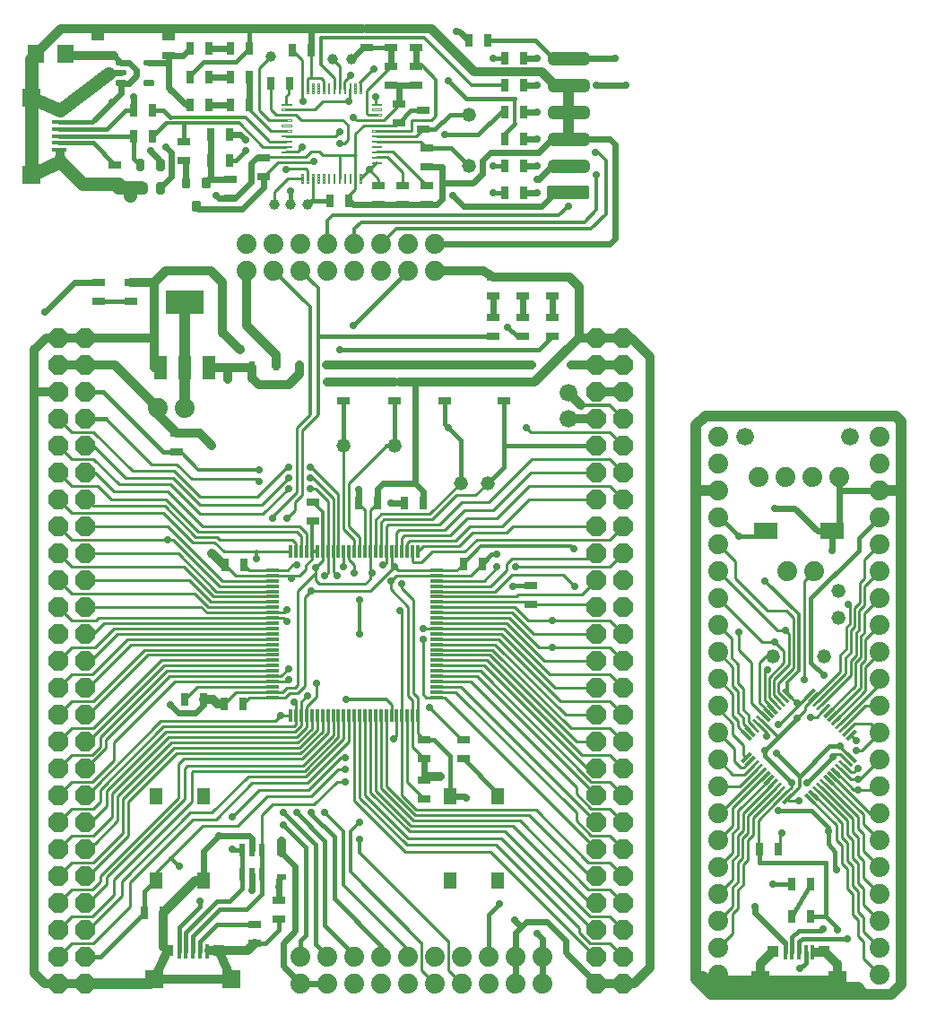
<source format=gbr>
G75*
%MOIN*%
%OFA0B0*%
%FSLAX25Y25*%
%IPPOS*%
%LPD*%
%AMOC8*
5,1,8,0,0,1.08239X$1,22.5*
%
%ADD10R,0.04724X0.03150*%
%ADD11R,0.03150X0.04724*%
%ADD12R,0.03268X0.02480*%
%ADD13R,0.02480X0.03268*%
%ADD14OC8,0.07400*%
%ADD15C,0.07400*%
%ADD16C,0.05200*%
%ADD17R,0.05118X0.06102*%
%ADD18R,0.01181X0.04724*%
%ADD19R,0.04724X0.01181*%
%ADD20R,0.04800X0.08800*%
%ADD21R,0.14173X0.08661*%
%ADD22R,0.02362X0.04724*%
%ADD23R,0.04000X0.04000*%
%ADD24R,0.01575X0.05315*%
%ADD25R,0.07000X0.07000*%
%ADD26C,0.03750*%
%ADD27C,0.01250*%
%ADD28C,0.02362*%
%ADD29C,0.02953*%
%ADD30C,0.00492*%
%ADD31C,0.01575*%
%ADD32C,0.03937*%
%ADD33C,0.01181*%
%ADD34R,0.06299X0.07087*%
%ADD35R,0.05315X0.01575*%
%ADD36R,0.09055X0.06299*%
%ADD37C,0.01000*%
%ADD38C,0.01600*%
%ADD39C,0.03200*%
%ADD40C,0.01200*%
%ADD41C,0.02400*%
%ADD42C,0.02800*%
%ADD43C,0.04000*%
%ADD44C,0.06600*%
%ADD45C,0.05000*%
D10*
X0092353Y0022457D03*
X0092353Y0029543D03*
X0101353Y0031457D03*
X0101353Y0038543D03*
X0155353Y0075957D03*
X0155353Y0083043D03*
X0155353Y0090957D03*
X0155353Y0098043D03*
X0169853Y0098043D03*
X0169853Y0090957D03*
X0194853Y0148457D03*
X0194853Y0155543D03*
X0184853Y0223957D03*
X0184853Y0231043D03*
X0180853Y0247957D03*
X0180853Y0255043D03*
X0180853Y0262957D03*
X0180853Y0270043D03*
X0191853Y0270043D03*
X0191853Y0262957D03*
X0191853Y0255043D03*
X0191853Y0247957D03*
X0202853Y0247957D03*
X0202853Y0255043D03*
X0202853Y0262957D03*
X0202853Y0270043D03*
X0162853Y0231043D03*
X0162853Y0223957D03*
X0144353Y0223957D03*
X0144353Y0231043D03*
X0125353Y0231043D03*
X0125353Y0223957D03*
X0113853Y0186543D03*
X0113853Y0179457D03*
X0063353Y0204957D03*
X0063353Y0212043D03*
X0046353Y0260957D03*
X0046353Y0268043D03*
X0034353Y0268043D03*
X0034353Y0260957D03*
X0040228Y0304832D03*
X0040228Y0311918D03*
X0065853Y0313457D03*
X0065853Y0320543D03*
X0083228Y0306543D03*
X0083228Y0299457D03*
X0095728Y0307457D03*
X0095728Y0314543D03*
X0060353Y0352457D03*
X0060353Y0359543D03*
X0033853Y0359543D03*
X0033853Y0352457D03*
X0133853Y0355457D03*
X0133853Y0362543D03*
X0142853Y0362543D03*
X0142853Y0355457D03*
X0142853Y0348543D03*
X0142853Y0341457D03*
X0145853Y0334543D03*
X0145853Y0327457D03*
X0154853Y0324957D03*
X0156353Y0318043D03*
X0156353Y0310957D03*
X0156353Y0304043D03*
X0156353Y0296957D03*
X0147353Y0296957D03*
X0147353Y0304043D03*
X0138353Y0304043D03*
X0138353Y0296957D03*
X0154853Y0332043D03*
X0152353Y0341457D03*
X0152353Y0348543D03*
X0152353Y0355457D03*
X0152353Y0362543D03*
D11*
X0171809Y0358000D03*
X0178896Y0358000D03*
X0185309Y0351500D03*
X0192396Y0351500D03*
X0192396Y0341500D03*
X0185309Y0341500D03*
X0185309Y0331500D03*
X0192396Y0331500D03*
X0192396Y0321500D03*
X0185309Y0321500D03*
X0185309Y0311500D03*
X0192396Y0311500D03*
X0192396Y0301500D03*
X0185309Y0301500D03*
X0127396Y0298500D03*
X0120309Y0298500D03*
X0090396Y0334000D03*
X0083309Y0334000D03*
X0075396Y0334000D03*
X0068309Y0334000D03*
X0068309Y0344500D03*
X0075396Y0344500D03*
X0083309Y0344500D03*
X0090396Y0344500D03*
X0098184Y0342250D03*
X0105271Y0342250D03*
X0106309Y0354500D03*
X0113396Y0354500D03*
X0090396Y0355000D03*
X0083309Y0355000D03*
X0075396Y0355000D03*
X0068309Y0355000D03*
X0054396Y0332000D03*
X0047309Y0332000D03*
X0047309Y0322500D03*
X0054396Y0322500D03*
X0075809Y0323000D03*
X0082896Y0323000D03*
X0082896Y0313500D03*
X0075809Y0313500D03*
X0130809Y0186000D03*
X0137896Y0186000D03*
X0147809Y0186000D03*
X0154896Y0186000D03*
X0169809Y0163500D03*
X0176896Y0163500D03*
X0088396Y0163000D03*
X0081309Y0163000D03*
X0073396Y0113000D03*
X0066309Y0113000D03*
X0080809Y0111500D03*
X0087896Y0111500D03*
X0058396Y0033750D03*
X0051309Y0033750D03*
X0279809Y0057500D03*
X0286896Y0057500D03*
X0291809Y0044500D03*
X0298896Y0044500D03*
X0298896Y0032500D03*
X0291809Y0032500D03*
D12*
X0102353Y0046972D03*
X0102353Y0056028D03*
D13*
X0100380Y0237000D03*
X0091325Y0237000D03*
D14*
X0029353Y0237500D03*
X0029353Y0227500D03*
X0029353Y0217500D03*
X0029353Y0207500D03*
X0029353Y0197500D03*
X0029353Y0187500D03*
X0029353Y0177500D03*
X0029353Y0167500D03*
X0029353Y0157500D03*
X0029353Y0147500D03*
X0029353Y0137500D03*
X0029353Y0127500D03*
X0029353Y0117500D03*
X0029353Y0107500D03*
X0029353Y0097500D03*
X0029353Y0087500D03*
X0029353Y0077500D03*
X0029353Y0067500D03*
X0029353Y0057500D03*
X0029353Y0047500D03*
X0029353Y0037500D03*
X0029353Y0027500D03*
X0029353Y0017500D03*
X0029353Y0007500D03*
X0019353Y0007500D03*
X0019353Y0017500D03*
X0019353Y0027500D03*
X0019353Y0037500D03*
X0019353Y0047500D03*
X0019353Y0057500D03*
X0019353Y0067500D03*
X0019353Y0077500D03*
X0019353Y0087500D03*
X0019353Y0097500D03*
X0019353Y0107500D03*
X0019353Y0117500D03*
X0019353Y0127500D03*
X0019353Y0137500D03*
X0019353Y0147500D03*
X0019353Y0157500D03*
X0019353Y0167500D03*
X0019353Y0177500D03*
X0019353Y0187500D03*
X0019353Y0197500D03*
X0019353Y0207500D03*
X0019353Y0217500D03*
X0019353Y0227500D03*
X0019353Y0237500D03*
X0019353Y0247500D03*
X0029353Y0247500D03*
X0219353Y0247500D03*
X0229353Y0247500D03*
X0229353Y0237500D03*
X0229353Y0227500D03*
X0229353Y0217500D03*
X0229353Y0207500D03*
X0229353Y0197500D03*
X0229353Y0187500D03*
X0229353Y0177500D03*
X0229353Y0167500D03*
X0229353Y0157500D03*
X0229353Y0147500D03*
X0229353Y0137500D03*
X0229353Y0127500D03*
X0229353Y0117500D03*
X0229353Y0107500D03*
X0229353Y0097500D03*
X0229353Y0087500D03*
X0229353Y0077500D03*
X0229353Y0067500D03*
X0229353Y0057500D03*
X0229353Y0047500D03*
X0229353Y0037500D03*
X0229353Y0027500D03*
X0229353Y0017500D03*
X0229353Y0007500D03*
X0219353Y0007500D03*
X0219353Y0017500D03*
X0219353Y0027500D03*
X0219353Y0037500D03*
X0219353Y0047500D03*
X0219353Y0057500D03*
X0219353Y0067500D03*
X0219353Y0077500D03*
X0219353Y0087500D03*
X0219353Y0097500D03*
X0219353Y0107500D03*
X0219353Y0117500D03*
X0219353Y0127500D03*
X0219353Y0137500D03*
X0219353Y0147500D03*
X0219353Y0157500D03*
X0219353Y0167500D03*
X0219353Y0177500D03*
X0219353Y0187500D03*
X0219353Y0197500D03*
X0219353Y0207500D03*
X0219353Y0217500D03*
X0219353Y0227500D03*
X0219353Y0237500D03*
D15*
X0264603Y0210750D03*
X0264603Y0200750D03*
X0264603Y0190750D03*
X0264603Y0180750D03*
X0264603Y0170750D03*
X0264603Y0160750D03*
X0264603Y0150750D03*
X0264603Y0140750D03*
X0264603Y0130750D03*
X0264603Y0120750D03*
X0264603Y0110750D03*
X0264603Y0100750D03*
X0264603Y0090750D03*
X0264603Y0080750D03*
X0264603Y0070750D03*
X0264603Y0060750D03*
X0264603Y0050750D03*
X0264603Y0040750D03*
X0264603Y0030750D03*
X0264603Y0020750D03*
X0264603Y0010750D03*
X0324603Y0010750D03*
X0324603Y0020750D03*
X0324603Y0030750D03*
X0324603Y0040750D03*
X0324603Y0050750D03*
X0324603Y0060750D03*
X0324603Y0070750D03*
X0324603Y0080750D03*
X0324603Y0090750D03*
X0324603Y0100750D03*
X0324603Y0110750D03*
X0324603Y0120750D03*
X0324603Y0130750D03*
X0324603Y0140750D03*
X0324603Y0150750D03*
X0324603Y0160750D03*
X0324603Y0170750D03*
X0324603Y0180750D03*
X0324603Y0190750D03*
X0324603Y0200750D03*
X0324603Y0210750D03*
X0309603Y0195750D03*
X0299603Y0195750D03*
X0289603Y0195750D03*
X0279603Y0195750D03*
X0290353Y0160750D03*
X0300353Y0160750D03*
X0199353Y0017500D03*
X0199353Y0007500D03*
X0189353Y0007500D03*
X0189353Y0017500D03*
X0179353Y0017500D03*
X0179353Y0007500D03*
X0169353Y0007500D03*
X0169353Y0017500D03*
X0159353Y0017500D03*
X0149353Y0017500D03*
X0149353Y0007500D03*
X0159353Y0007500D03*
X0139353Y0007500D03*
X0139353Y0017500D03*
X0129353Y0017500D03*
X0129353Y0007500D03*
X0119353Y0007500D03*
X0119353Y0017500D03*
X0109353Y0017500D03*
X0109353Y0007500D03*
X0066353Y0221500D03*
X0056353Y0221500D03*
X0089353Y0272500D03*
X0089353Y0282500D03*
X0099353Y0282500D03*
X0099353Y0272500D03*
X0109353Y0272500D03*
X0109353Y0282500D03*
X0119353Y0282500D03*
X0119353Y0272500D03*
X0129353Y0272500D03*
X0129353Y0282500D03*
X0139353Y0282500D03*
X0139353Y0272500D03*
X0149353Y0272500D03*
X0159353Y0272500D03*
X0159353Y0282500D03*
X0149353Y0282500D03*
D16*
X0171853Y0311500D03*
X0171853Y0330500D03*
X0144353Y0207500D03*
X0125353Y0207500D03*
X0168853Y0193500D03*
X0178853Y0193500D03*
X0284853Y0129000D03*
X0303853Y0129000D03*
X0309353Y0143500D03*
X0309353Y0153500D03*
D17*
X0182711Y0077150D03*
X0164994Y0077150D03*
X0164994Y0045850D03*
X0182711Y0045850D03*
X0073211Y0045850D03*
X0055494Y0045850D03*
X0055494Y0077150D03*
X0073211Y0077150D03*
D18*
X0105731Y0106988D03*
X0107699Y0106988D03*
X0109668Y0106988D03*
X0111636Y0106988D03*
X0113605Y0106988D03*
X0115573Y0106988D03*
X0117542Y0106988D03*
X0119510Y0106988D03*
X0121479Y0106988D03*
X0123447Y0106988D03*
X0125416Y0106988D03*
X0127384Y0106988D03*
X0129353Y0106988D03*
X0131321Y0106988D03*
X0133290Y0106988D03*
X0135258Y0106988D03*
X0137227Y0106988D03*
X0139195Y0106988D03*
X0141164Y0106988D03*
X0143132Y0106988D03*
X0145101Y0106988D03*
X0147069Y0106988D03*
X0149038Y0106988D03*
X0151006Y0106988D03*
X0152975Y0106988D03*
X0152975Y0168012D03*
X0151006Y0168012D03*
X0149038Y0168012D03*
X0147069Y0168012D03*
X0145101Y0168012D03*
X0143132Y0168012D03*
X0141164Y0168012D03*
X0139195Y0168012D03*
X0137227Y0168012D03*
X0135258Y0168012D03*
X0133290Y0168012D03*
X0131321Y0168012D03*
X0129353Y0168012D03*
X0127384Y0168012D03*
X0125416Y0168012D03*
X0123447Y0168012D03*
X0121479Y0168012D03*
X0119510Y0168012D03*
X0117542Y0168012D03*
X0115573Y0168012D03*
X0113605Y0168012D03*
X0111636Y0168012D03*
X0109668Y0168012D03*
X0107699Y0168012D03*
X0105731Y0168012D03*
D19*
X0098841Y0161122D03*
X0098841Y0159154D03*
X0098841Y0157185D03*
X0098841Y0155217D03*
X0098841Y0153248D03*
X0098841Y0151280D03*
X0098841Y0149311D03*
X0098841Y0147343D03*
X0098841Y0145374D03*
X0098841Y0143406D03*
X0098841Y0141437D03*
X0098841Y0139469D03*
X0098841Y0137500D03*
X0098841Y0135531D03*
X0098841Y0133563D03*
X0098841Y0131594D03*
X0098841Y0129626D03*
X0098841Y0127657D03*
X0098841Y0125689D03*
X0098841Y0123720D03*
X0098841Y0121752D03*
X0098841Y0119783D03*
X0098841Y0117815D03*
X0098841Y0115846D03*
X0098841Y0113878D03*
X0159865Y0113878D03*
X0159865Y0115846D03*
X0159865Y0117815D03*
X0159865Y0119783D03*
X0159865Y0121752D03*
X0159865Y0123720D03*
X0159865Y0125689D03*
X0159865Y0127657D03*
X0159865Y0129626D03*
X0159865Y0131594D03*
X0159865Y0133563D03*
X0159865Y0135531D03*
X0159865Y0137500D03*
X0159865Y0139469D03*
X0159865Y0141437D03*
X0159865Y0143406D03*
X0159865Y0145374D03*
X0159865Y0147343D03*
X0159865Y0149311D03*
X0159865Y0151280D03*
X0159865Y0153248D03*
X0159865Y0155217D03*
X0159865Y0157185D03*
X0159865Y0159154D03*
X0159865Y0161122D03*
G36*
X0276368Y0097839D02*
X0273029Y0101178D01*
X0273864Y0102013D01*
X0277203Y0098674D01*
X0276368Y0097839D01*
G37*
G36*
X0277759Y0099231D02*
X0274420Y0102570D01*
X0275255Y0103405D01*
X0278594Y0100066D01*
X0277759Y0099231D01*
G37*
G36*
X0279151Y0100623D02*
X0275812Y0103962D01*
X0276647Y0104797D01*
X0279986Y0101458D01*
X0279151Y0100623D01*
G37*
G36*
X0280543Y0102015D02*
X0277204Y0105354D01*
X0278039Y0106189D01*
X0281378Y0102850D01*
X0280543Y0102015D01*
G37*
G36*
X0281935Y0103407D02*
X0278596Y0106746D01*
X0279431Y0107581D01*
X0282770Y0104242D01*
X0281935Y0103407D01*
G37*
G36*
X0283327Y0104799D02*
X0279988Y0108138D01*
X0280823Y0108973D01*
X0284162Y0105634D01*
X0283327Y0104799D01*
G37*
G36*
X0284719Y0106190D02*
X0281380Y0109529D01*
X0282215Y0110364D01*
X0285554Y0107025D01*
X0284719Y0106190D01*
G37*
G36*
X0286111Y0107582D02*
X0282772Y0110921D01*
X0283607Y0111756D01*
X0286946Y0108417D01*
X0286111Y0107582D01*
G37*
G36*
X0287503Y0108974D02*
X0284164Y0112313D01*
X0284999Y0113148D01*
X0288338Y0109809D01*
X0287503Y0108974D01*
G37*
G36*
X0288895Y0110366D02*
X0285556Y0113705D01*
X0286391Y0114540D01*
X0289730Y0111201D01*
X0288895Y0110366D01*
G37*
G36*
X0290287Y0111758D02*
X0286948Y0115097D01*
X0287783Y0115932D01*
X0291122Y0112593D01*
X0290287Y0111758D01*
G37*
G36*
X0291679Y0113150D02*
X0288340Y0116489D01*
X0289175Y0117324D01*
X0292514Y0113985D01*
X0291679Y0113150D01*
G37*
G36*
X0296692Y0113985D02*
X0300031Y0117324D01*
X0300866Y0116489D01*
X0297527Y0113150D01*
X0296692Y0113985D01*
G37*
G36*
X0298083Y0112593D02*
X0301422Y0115932D01*
X0302257Y0115097D01*
X0298918Y0111758D01*
X0298083Y0112593D01*
G37*
G36*
X0299475Y0111201D02*
X0302814Y0114540D01*
X0303649Y0113705D01*
X0300310Y0110366D01*
X0299475Y0111201D01*
G37*
G36*
X0300867Y0109809D02*
X0304206Y0113148D01*
X0305041Y0112313D01*
X0301702Y0108974D01*
X0300867Y0109809D01*
G37*
G36*
X0302259Y0108417D02*
X0305598Y0111756D01*
X0306433Y0110921D01*
X0303094Y0107582D01*
X0302259Y0108417D01*
G37*
G36*
X0303651Y0107025D02*
X0306990Y0110364D01*
X0307825Y0109529D01*
X0304486Y0106190D01*
X0303651Y0107025D01*
G37*
G36*
X0305043Y0105634D02*
X0308382Y0108973D01*
X0309217Y0108138D01*
X0305878Y0104799D01*
X0305043Y0105634D01*
G37*
G36*
X0306435Y0104242D02*
X0309774Y0107581D01*
X0310609Y0106746D01*
X0307270Y0103407D01*
X0306435Y0104242D01*
G37*
G36*
X0307827Y0102850D02*
X0311166Y0106189D01*
X0312001Y0105354D01*
X0308662Y0102015D01*
X0307827Y0102850D01*
G37*
G36*
X0309219Y0101458D02*
X0312558Y0104797D01*
X0313393Y0103962D01*
X0310054Y0100623D01*
X0309219Y0101458D01*
G37*
G36*
X0310611Y0100066D02*
X0313950Y0103405D01*
X0314785Y0102570D01*
X0311446Y0099231D01*
X0310611Y0100066D01*
G37*
G36*
X0312003Y0098674D02*
X0315342Y0102013D01*
X0316177Y0101178D01*
X0312838Y0097839D01*
X0312003Y0098674D01*
G37*
G36*
X0312838Y0093661D02*
X0316177Y0090322D01*
X0315342Y0089487D01*
X0312003Y0092826D01*
X0312838Y0093661D01*
G37*
G36*
X0311446Y0092269D02*
X0314785Y0088930D01*
X0313950Y0088095D01*
X0310611Y0091434D01*
X0311446Y0092269D01*
G37*
G36*
X0310054Y0090877D02*
X0313393Y0087538D01*
X0312558Y0086703D01*
X0309219Y0090042D01*
X0310054Y0090877D01*
G37*
G36*
X0308662Y0089485D02*
X0312001Y0086146D01*
X0311166Y0085311D01*
X0307827Y0088650D01*
X0308662Y0089485D01*
G37*
G36*
X0307270Y0088093D02*
X0310609Y0084754D01*
X0309774Y0083919D01*
X0306435Y0087258D01*
X0307270Y0088093D01*
G37*
G36*
X0305878Y0086701D02*
X0309217Y0083362D01*
X0308382Y0082527D01*
X0305043Y0085866D01*
X0305878Y0086701D01*
G37*
G36*
X0304486Y0085310D02*
X0307825Y0081971D01*
X0306990Y0081136D01*
X0303651Y0084475D01*
X0304486Y0085310D01*
G37*
G36*
X0303094Y0083918D02*
X0306433Y0080579D01*
X0305598Y0079744D01*
X0302259Y0083083D01*
X0303094Y0083918D01*
G37*
G36*
X0301702Y0082526D02*
X0305041Y0079187D01*
X0304206Y0078352D01*
X0300867Y0081691D01*
X0301702Y0082526D01*
G37*
G36*
X0300310Y0081134D02*
X0303649Y0077795D01*
X0302814Y0076960D01*
X0299475Y0080299D01*
X0300310Y0081134D01*
G37*
G36*
X0298918Y0079742D02*
X0302257Y0076403D01*
X0301422Y0075568D01*
X0298083Y0078907D01*
X0298918Y0079742D01*
G37*
G36*
X0297527Y0078350D02*
X0300866Y0075011D01*
X0300031Y0074176D01*
X0296692Y0077515D01*
X0297527Y0078350D01*
G37*
G36*
X0292514Y0077515D02*
X0289175Y0074176D01*
X0288340Y0075011D01*
X0291679Y0078350D01*
X0292514Y0077515D01*
G37*
G36*
X0291122Y0078907D02*
X0287783Y0075568D01*
X0286948Y0076403D01*
X0290287Y0079742D01*
X0291122Y0078907D01*
G37*
G36*
X0289730Y0080299D02*
X0286391Y0076960D01*
X0285556Y0077795D01*
X0288895Y0081134D01*
X0289730Y0080299D01*
G37*
G36*
X0288338Y0081691D02*
X0284999Y0078352D01*
X0284164Y0079187D01*
X0287503Y0082526D01*
X0288338Y0081691D01*
G37*
G36*
X0286946Y0083083D02*
X0283607Y0079744D01*
X0282772Y0080579D01*
X0286111Y0083918D01*
X0286946Y0083083D01*
G37*
G36*
X0285554Y0084475D02*
X0282215Y0081136D01*
X0281380Y0081971D01*
X0284719Y0085310D01*
X0285554Y0084475D01*
G37*
G36*
X0284162Y0085866D02*
X0280823Y0082527D01*
X0279988Y0083362D01*
X0283327Y0086701D01*
X0284162Y0085866D01*
G37*
G36*
X0282770Y0087258D02*
X0279431Y0083919D01*
X0278596Y0084754D01*
X0281935Y0088093D01*
X0282770Y0087258D01*
G37*
G36*
X0281378Y0088650D02*
X0278039Y0085311D01*
X0277204Y0086146D01*
X0280543Y0089485D01*
X0281378Y0088650D01*
G37*
G36*
X0279986Y0090042D02*
X0276647Y0086703D01*
X0275812Y0087538D01*
X0279151Y0090877D01*
X0279986Y0090042D01*
G37*
G36*
X0278594Y0091434D02*
X0275255Y0088095D01*
X0274420Y0088930D01*
X0277759Y0092269D01*
X0278594Y0091434D01*
G37*
G36*
X0277203Y0092826D02*
X0273864Y0089487D01*
X0273029Y0090322D01*
X0276368Y0093661D01*
X0277203Y0092826D01*
G37*
D20*
X0075453Y0236300D03*
X0066353Y0236300D03*
X0057253Y0236300D03*
D21*
X0066353Y0260701D03*
D22*
X0087613Y0057055D03*
X0091353Y0057055D03*
X0095093Y0057055D03*
X0095093Y0048000D03*
X0091353Y0048000D03*
X0087613Y0048000D03*
D23*
X0078853Y0019750D03*
X0059853Y0019750D03*
X0285103Y0019500D03*
X0304103Y0019500D03*
X0020103Y0313000D03*
X0020103Y0332000D03*
D24*
X0064235Y0019281D03*
X0066794Y0019281D03*
X0069353Y0019281D03*
X0071912Y0019281D03*
X0074471Y0019281D03*
X0289485Y0019031D03*
X0292044Y0019031D03*
X0294603Y0019031D03*
X0297162Y0019031D03*
X0299721Y0019031D03*
D25*
X0308853Y0008750D03*
X0280353Y0008750D03*
X0083603Y0009000D03*
X0055103Y0009000D03*
X0009353Y0308250D03*
X0009353Y0336750D03*
D26*
X0202854Y0340875D02*
X0202854Y0342125D01*
X0214852Y0342125D01*
X0214852Y0340875D01*
X0202854Y0340875D01*
X0202854Y0332125D02*
X0202854Y0330875D01*
X0202854Y0332125D02*
X0214852Y0332125D01*
X0214852Y0330875D01*
X0202854Y0330875D01*
X0202854Y0322125D02*
X0202854Y0320875D01*
X0202854Y0322125D02*
X0214852Y0322125D01*
X0214852Y0320875D01*
X0202854Y0320875D01*
X0202854Y0312125D02*
X0202854Y0310875D01*
X0202854Y0312125D02*
X0214852Y0312125D01*
X0214852Y0310875D01*
X0202854Y0310875D01*
X0202854Y0350875D02*
X0202854Y0352125D01*
X0214852Y0352125D01*
X0214852Y0350875D01*
X0202854Y0350875D01*
D27*
X0201604Y0303375D02*
X0201604Y0299625D01*
X0201604Y0303375D02*
X0216102Y0303375D01*
X0216102Y0299625D01*
X0201604Y0299625D01*
X0201604Y0300874D02*
X0216102Y0300874D01*
X0216102Y0302123D02*
X0201604Y0302123D01*
X0201604Y0303372D02*
X0216102Y0303372D01*
D28*
X0057487Y0301988D02*
X0056699Y0301988D01*
X0056699Y0304350D01*
X0057487Y0304350D01*
X0057487Y0301988D01*
X0057487Y0304349D02*
X0056699Y0304349D01*
X0056699Y0310650D02*
X0057487Y0310650D01*
X0056699Y0310650D02*
X0056699Y0313012D01*
X0057487Y0313012D01*
X0057487Y0310650D01*
X0057487Y0313011D02*
X0056699Y0313011D01*
X0050007Y0310650D02*
X0049219Y0310650D01*
X0049219Y0313012D01*
X0050007Y0313012D01*
X0050007Y0310650D01*
X0050007Y0313011D02*
X0049219Y0313011D01*
D29*
X0049908Y0302283D02*
X0050892Y0302283D01*
X0049908Y0302283D02*
X0049908Y0304055D01*
X0050892Y0304055D01*
X0050892Y0302283D01*
D30*
X0105842Y0312427D02*
X0105842Y0312919D01*
X0105842Y0312427D02*
X0102398Y0312427D01*
X0102398Y0312919D01*
X0105842Y0312919D01*
X0105842Y0312918D02*
X0102398Y0312918D01*
X0105842Y0314396D02*
X0105842Y0314888D01*
X0105842Y0314396D02*
X0102398Y0314396D01*
X0102398Y0314888D01*
X0105842Y0314888D01*
X0105842Y0314887D02*
X0102398Y0314887D01*
X0105842Y0316364D02*
X0105842Y0316856D01*
X0105842Y0316364D02*
X0102398Y0316364D01*
X0102398Y0316856D01*
X0105842Y0316856D01*
X0105842Y0316855D02*
X0102398Y0316855D01*
X0105842Y0318333D02*
X0105842Y0318825D01*
X0105842Y0318333D02*
X0102398Y0318333D01*
X0102398Y0318825D01*
X0105842Y0318825D01*
X0105842Y0318824D02*
X0102398Y0318824D01*
X0105842Y0320301D02*
X0105842Y0320793D01*
X0105842Y0320301D02*
X0102398Y0320301D01*
X0102398Y0320793D01*
X0105842Y0320793D01*
X0105842Y0320792D02*
X0102398Y0320792D01*
X0105842Y0322270D02*
X0105842Y0322762D01*
X0105842Y0322270D02*
X0102398Y0322270D01*
X0102398Y0322762D01*
X0105842Y0322762D01*
X0105842Y0322761D02*
X0102398Y0322761D01*
X0105842Y0324238D02*
X0105842Y0324730D01*
X0105842Y0324238D02*
X0102398Y0324238D01*
X0102398Y0324730D01*
X0105842Y0324730D01*
X0105842Y0324729D02*
X0102398Y0324729D01*
X0105842Y0326207D02*
X0105842Y0326699D01*
X0105842Y0326207D02*
X0102398Y0326207D01*
X0102398Y0326699D01*
X0105842Y0326699D01*
X0105842Y0326698D02*
X0102398Y0326698D01*
X0105842Y0328175D02*
X0105842Y0328667D01*
X0105842Y0328175D02*
X0102398Y0328175D01*
X0102398Y0328667D01*
X0105842Y0328667D01*
X0105842Y0328666D02*
X0102398Y0328666D01*
X0105842Y0330144D02*
X0105842Y0330636D01*
X0105842Y0330144D02*
X0102398Y0330144D01*
X0102398Y0330636D01*
X0105842Y0330636D01*
X0105842Y0330635D02*
X0102398Y0330635D01*
X0105842Y0332112D02*
X0105842Y0332604D01*
X0105842Y0332112D02*
X0102398Y0332112D01*
X0102398Y0332604D01*
X0105842Y0332604D01*
X0105842Y0332603D02*
X0102398Y0332603D01*
X0105842Y0334081D02*
X0105842Y0334573D01*
X0105842Y0334081D02*
X0102398Y0334081D01*
X0102398Y0334573D01*
X0105842Y0334573D01*
X0105842Y0334572D02*
X0102398Y0334572D01*
X0110272Y0338510D02*
X0110272Y0341954D01*
X0110272Y0338510D02*
X0109780Y0338510D01*
X0109780Y0341954D01*
X0110272Y0341954D01*
X0110272Y0339001D02*
X0109780Y0339001D01*
X0109780Y0339492D02*
X0110272Y0339492D01*
X0110272Y0339983D02*
X0109780Y0339983D01*
X0109780Y0340474D02*
X0110272Y0340474D01*
X0110272Y0340965D02*
X0109780Y0340965D01*
X0109780Y0341456D02*
X0110272Y0341456D01*
X0110272Y0341947D02*
X0109780Y0341947D01*
X0112240Y0341954D02*
X0112240Y0338510D01*
X0111748Y0338510D01*
X0111748Y0341954D01*
X0112240Y0341954D01*
X0112240Y0339001D02*
X0111748Y0339001D01*
X0111748Y0339492D02*
X0112240Y0339492D01*
X0112240Y0339983D02*
X0111748Y0339983D01*
X0111748Y0340474D02*
X0112240Y0340474D01*
X0112240Y0340965D02*
X0111748Y0340965D01*
X0111748Y0341456D02*
X0112240Y0341456D01*
X0112240Y0341947D02*
X0111748Y0341947D01*
X0114209Y0341954D02*
X0114209Y0338510D01*
X0113717Y0338510D01*
X0113717Y0341954D01*
X0114209Y0341954D01*
X0114209Y0339001D02*
X0113717Y0339001D01*
X0113717Y0339492D02*
X0114209Y0339492D01*
X0114209Y0339983D02*
X0113717Y0339983D01*
X0113717Y0340474D02*
X0114209Y0340474D01*
X0114209Y0340965D02*
X0113717Y0340965D01*
X0113717Y0341456D02*
X0114209Y0341456D01*
X0114209Y0341947D02*
X0113717Y0341947D01*
X0116177Y0341954D02*
X0116177Y0338510D01*
X0115685Y0338510D01*
X0115685Y0341954D01*
X0116177Y0341954D01*
X0116177Y0339001D02*
X0115685Y0339001D01*
X0115685Y0339492D02*
X0116177Y0339492D01*
X0116177Y0339983D02*
X0115685Y0339983D01*
X0115685Y0340474D02*
X0116177Y0340474D01*
X0116177Y0340965D02*
X0115685Y0340965D01*
X0115685Y0341456D02*
X0116177Y0341456D01*
X0116177Y0341947D02*
X0115685Y0341947D01*
X0118146Y0341954D02*
X0118146Y0338510D01*
X0117654Y0338510D01*
X0117654Y0341954D01*
X0118146Y0341954D01*
X0118146Y0339001D02*
X0117654Y0339001D01*
X0117654Y0339492D02*
X0118146Y0339492D01*
X0118146Y0339983D02*
X0117654Y0339983D01*
X0117654Y0340474D02*
X0118146Y0340474D01*
X0118146Y0340965D02*
X0117654Y0340965D01*
X0117654Y0341456D02*
X0118146Y0341456D01*
X0118146Y0341947D02*
X0117654Y0341947D01*
X0120114Y0341954D02*
X0120114Y0338510D01*
X0119622Y0338510D01*
X0119622Y0341954D01*
X0120114Y0341954D01*
X0120114Y0339001D02*
X0119622Y0339001D01*
X0119622Y0339492D02*
X0120114Y0339492D01*
X0120114Y0339983D02*
X0119622Y0339983D01*
X0119622Y0340474D02*
X0120114Y0340474D01*
X0120114Y0340965D02*
X0119622Y0340965D01*
X0119622Y0341456D02*
X0120114Y0341456D01*
X0120114Y0341947D02*
X0119622Y0341947D01*
X0122083Y0341954D02*
X0122083Y0338510D01*
X0121591Y0338510D01*
X0121591Y0341954D01*
X0122083Y0341954D01*
X0122083Y0339001D02*
X0121591Y0339001D01*
X0121591Y0339492D02*
X0122083Y0339492D01*
X0122083Y0339983D02*
X0121591Y0339983D01*
X0121591Y0340474D02*
X0122083Y0340474D01*
X0122083Y0340965D02*
X0121591Y0340965D01*
X0121591Y0341456D02*
X0122083Y0341456D01*
X0122083Y0341947D02*
X0121591Y0341947D01*
X0124051Y0341954D02*
X0124051Y0338510D01*
X0123559Y0338510D01*
X0123559Y0341954D01*
X0124051Y0341954D01*
X0124051Y0339001D02*
X0123559Y0339001D01*
X0123559Y0339492D02*
X0124051Y0339492D01*
X0124051Y0339983D02*
X0123559Y0339983D01*
X0123559Y0340474D02*
X0124051Y0340474D01*
X0124051Y0340965D02*
X0123559Y0340965D01*
X0123559Y0341456D02*
X0124051Y0341456D01*
X0124051Y0341947D02*
X0123559Y0341947D01*
X0126020Y0341954D02*
X0126020Y0338510D01*
X0125528Y0338510D01*
X0125528Y0341954D01*
X0126020Y0341954D01*
X0126020Y0339001D02*
X0125528Y0339001D01*
X0125528Y0339492D02*
X0126020Y0339492D01*
X0126020Y0339983D02*
X0125528Y0339983D01*
X0125528Y0340474D02*
X0126020Y0340474D01*
X0126020Y0340965D02*
X0125528Y0340965D01*
X0125528Y0341456D02*
X0126020Y0341456D01*
X0126020Y0341947D02*
X0125528Y0341947D01*
X0127988Y0341954D02*
X0127988Y0338510D01*
X0127496Y0338510D01*
X0127496Y0341954D01*
X0127988Y0341954D01*
X0127988Y0339001D02*
X0127496Y0339001D01*
X0127496Y0339492D02*
X0127988Y0339492D01*
X0127988Y0339983D02*
X0127496Y0339983D01*
X0127496Y0340474D02*
X0127988Y0340474D01*
X0127988Y0340965D02*
X0127496Y0340965D01*
X0127496Y0341456D02*
X0127988Y0341456D01*
X0127988Y0341947D02*
X0127496Y0341947D01*
X0129957Y0341954D02*
X0129957Y0338510D01*
X0129465Y0338510D01*
X0129465Y0341954D01*
X0129957Y0341954D01*
X0129957Y0339001D02*
X0129465Y0339001D01*
X0129465Y0339492D02*
X0129957Y0339492D01*
X0129957Y0339983D02*
X0129465Y0339983D01*
X0129465Y0340474D02*
X0129957Y0340474D01*
X0129957Y0340965D02*
X0129465Y0340965D01*
X0129465Y0341456D02*
X0129957Y0341456D01*
X0129957Y0341947D02*
X0129465Y0341947D01*
X0131926Y0341954D02*
X0131926Y0338510D01*
X0131434Y0338510D01*
X0131434Y0341954D01*
X0131926Y0341954D01*
X0131926Y0339001D02*
X0131434Y0339001D01*
X0131434Y0339492D02*
X0131926Y0339492D01*
X0131926Y0339983D02*
X0131434Y0339983D01*
X0131434Y0340474D02*
X0131926Y0340474D01*
X0131926Y0340965D02*
X0131434Y0340965D01*
X0131434Y0341456D02*
X0131926Y0341456D01*
X0131926Y0341947D02*
X0131434Y0341947D01*
X0139307Y0334573D02*
X0139307Y0334081D01*
X0135863Y0334081D01*
X0135863Y0334573D01*
X0139307Y0334573D01*
X0139307Y0334572D02*
X0135863Y0334572D01*
X0139307Y0332604D02*
X0139307Y0332112D01*
X0135863Y0332112D01*
X0135863Y0332604D01*
X0139307Y0332604D01*
X0139307Y0332603D02*
X0135863Y0332603D01*
X0139307Y0330636D02*
X0139307Y0330144D01*
X0135863Y0330144D01*
X0135863Y0330636D01*
X0139307Y0330636D01*
X0139307Y0330635D02*
X0135863Y0330635D01*
X0139307Y0328667D02*
X0139307Y0328175D01*
X0135863Y0328175D01*
X0135863Y0328667D01*
X0139307Y0328667D01*
X0139307Y0328666D02*
X0135863Y0328666D01*
X0139307Y0326699D02*
X0139307Y0326207D01*
X0135863Y0326207D01*
X0135863Y0326699D01*
X0139307Y0326699D01*
X0139307Y0326698D02*
X0135863Y0326698D01*
X0139307Y0324730D02*
X0139307Y0324238D01*
X0135863Y0324238D01*
X0135863Y0324730D01*
X0139307Y0324730D01*
X0139307Y0324729D02*
X0135863Y0324729D01*
X0139307Y0322762D02*
X0139307Y0322270D01*
X0135863Y0322270D01*
X0135863Y0322762D01*
X0139307Y0322762D01*
X0139307Y0322761D02*
X0135863Y0322761D01*
X0139307Y0320793D02*
X0139307Y0320301D01*
X0135863Y0320301D01*
X0135863Y0320793D01*
X0139307Y0320793D01*
X0139307Y0320792D02*
X0135863Y0320792D01*
X0139307Y0318825D02*
X0139307Y0318333D01*
X0135863Y0318333D01*
X0135863Y0318825D01*
X0139307Y0318825D01*
X0139307Y0318824D02*
X0135863Y0318824D01*
X0139307Y0316856D02*
X0139307Y0316364D01*
X0135863Y0316364D01*
X0135863Y0316856D01*
X0139307Y0316856D01*
X0139307Y0316855D02*
X0135863Y0316855D01*
X0139307Y0314888D02*
X0139307Y0314396D01*
X0135863Y0314396D01*
X0135863Y0314888D01*
X0139307Y0314888D01*
X0139307Y0314887D02*
X0135863Y0314887D01*
X0139307Y0312919D02*
X0139307Y0312427D01*
X0135863Y0312427D01*
X0135863Y0312919D01*
X0139307Y0312919D01*
X0139307Y0312918D02*
X0135863Y0312918D01*
X0131926Y0308490D02*
X0131926Y0305046D01*
X0131434Y0305046D01*
X0131434Y0308490D01*
X0131926Y0308490D01*
X0131926Y0305537D02*
X0131434Y0305537D01*
X0131434Y0306028D02*
X0131926Y0306028D01*
X0131926Y0306519D02*
X0131434Y0306519D01*
X0131434Y0307010D02*
X0131926Y0307010D01*
X0131926Y0307501D02*
X0131434Y0307501D01*
X0131434Y0307992D02*
X0131926Y0307992D01*
X0131926Y0308483D02*
X0131434Y0308483D01*
X0129957Y0308490D02*
X0129957Y0305046D01*
X0129465Y0305046D01*
X0129465Y0308490D01*
X0129957Y0308490D01*
X0129957Y0305537D02*
X0129465Y0305537D01*
X0129465Y0306028D02*
X0129957Y0306028D01*
X0129957Y0306519D02*
X0129465Y0306519D01*
X0129465Y0307010D02*
X0129957Y0307010D01*
X0129957Y0307501D02*
X0129465Y0307501D01*
X0129465Y0307992D02*
X0129957Y0307992D01*
X0129957Y0308483D02*
X0129465Y0308483D01*
X0127988Y0308490D02*
X0127988Y0305046D01*
X0127496Y0305046D01*
X0127496Y0308490D01*
X0127988Y0308490D01*
X0127988Y0305537D02*
X0127496Y0305537D01*
X0127496Y0306028D02*
X0127988Y0306028D01*
X0127988Y0306519D02*
X0127496Y0306519D01*
X0127496Y0307010D02*
X0127988Y0307010D01*
X0127988Y0307501D02*
X0127496Y0307501D01*
X0127496Y0307992D02*
X0127988Y0307992D01*
X0127988Y0308483D02*
X0127496Y0308483D01*
X0126020Y0308490D02*
X0126020Y0305046D01*
X0125528Y0305046D01*
X0125528Y0308490D01*
X0126020Y0308490D01*
X0126020Y0305537D02*
X0125528Y0305537D01*
X0125528Y0306028D02*
X0126020Y0306028D01*
X0126020Y0306519D02*
X0125528Y0306519D01*
X0125528Y0307010D02*
X0126020Y0307010D01*
X0126020Y0307501D02*
X0125528Y0307501D01*
X0125528Y0307992D02*
X0126020Y0307992D01*
X0126020Y0308483D02*
X0125528Y0308483D01*
X0124051Y0308490D02*
X0124051Y0305046D01*
X0123559Y0305046D01*
X0123559Y0308490D01*
X0124051Y0308490D01*
X0124051Y0305537D02*
X0123559Y0305537D01*
X0123559Y0306028D02*
X0124051Y0306028D01*
X0124051Y0306519D02*
X0123559Y0306519D01*
X0123559Y0307010D02*
X0124051Y0307010D01*
X0124051Y0307501D02*
X0123559Y0307501D01*
X0123559Y0307992D02*
X0124051Y0307992D01*
X0124051Y0308483D02*
X0123559Y0308483D01*
X0122083Y0308490D02*
X0122083Y0305046D01*
X0121591Y0305046D01*
X0121591Y0308490D01*
X0122083Y0308490D01*
X0122083Y0305537D02*
X0121591Y0305537D01*
X0121591Y0306028D02*
X0122083Y0306028D01*
X0122083Y0306519D02*
X0121591Y0306519D01*
X0121591Y0307010D02*
X0122083Y0307010D01*
X0122083Y0307501D02*
X0121591Y0307501D01*
X0121591Y0307992D02*
X0122083Y0307992D01*
X0122083Y0308483D02*
X0121591Y0308483D01*
X0120114Y0308490D02*
X0120114Y0305046D01*
X0119622Y0305046D01*
X0119622Y0308490D01*
X0120114Y0308490D01*
X0120114Y0305537D02*
X0119622Y0305537D01*
X0119622Y0306028D02*
X0120114Y0306028D01*
X0120114Y0306519D02*
X0119622Y0306519D01*
X0119622Y0307010D02*
X0120114Y0307010D01*
X0120114Y0307501D02*
X0119622Y0307501D01*
X0119622Y0307992D02*
X0120114Y0307992D01*
X0120114Y0308483D02*
X0119622Y0308483D01*
X0118146Y0308490D02*
X0118146Y0305046D01*
X0117654Y0305046D01*
X0117654Y0308490D01*
X0118146Y0308490D01*
X0118146Y0305537D02*
X0117654Y0305537D01*
X0117654Y0306028D02*
X0118146Y0306028D01*
X0118146Y0306519D02*
X0117654Y0306519D01*
X0117654Y0307010D02*
X0118146Y0307010D01*
X0118146Y0307501D02*
X0117654Y0307501D01*
X0117654Y0307992D02*
X0118146Y0307992D01*
X0118146Y0308483D02*
X0117654Y0308483D01*
X0116177Y0308490D02*
X0116177Y0305046D01*
X0115685Y0305046D01*
X0115685Y0308490D01*
X0116177Y0308490D01*
X0116177Y0305537D02*
X0115685Y0305537D01*
X0115685Y0306028D02*
X0116177Y0306028D01*
X0116177Y0306519D02*
X0115685Y0306519D01*
X0115685Y0307010D02*
X0116177Y0307010D01*
X0116177Y0307501D02*
X0115685Y0307501D01*
X0115685Y0307992D02*
X0116177Y0307992D01*
X0116177Y0308483D02*
X0115685Y0308483D01*
X0114209Y0308490D02*
X0114209Y0305046D01*
X0113717Y0305046D01*
X0113717Y0308490D01*
X0114209Y0308490D01*
X0114209Y0305537D02*
X0113717Y0305537D01*
X0113717Y0306028D02*
X0114209Y0306028D01*
X0114209Y0306519D02*
X0113717Y0306519D01*
X0113717Y0307010D02*
X0114209Y0307010D01*
X0114209Y0307501D02*
X0113717Y0307501D01*
X0113717Y0307992D02*
X0114209Y0307992D01*
X0114209Y0308483D02*
X0113717Y0308483D01*
X0112240Y0308490D02*
X0112240Y0305046D01*
X0111748Y0305046D01*
X0111748Y0308490D01*
X0112240Y0308490D01*
X0112240Y0305537D02*
X0111748Y0305537D01*
X0111748Y0306028D02*
X0112240Y0306028D01*
X0112240Y0306519D02*
X0111748Y0306519D01*
X0111748Y0307010D02*
X0112240Y0307010D01*
X0112240Y0307501D02*
X0111748Y0307501D01*
X0111748Y0307992D02*
X0112240Y0307992D01*
X0112240Y0308483D02*
X0111748Y0308483D01*
X0110272Y0308490D02*
X0110272Y0305046D01*
X0109780Y0305046D01*
X0109780Y0308490D01*
X0110272Y0308490D01*
X0110272Y0305537D02*
X0109780Y0305537D01*
X0109780Y0306028D02*
X0110272Y0306028D01*
X0110272Y0306519D02*
X0109780Y0306519D01*
X0109780Y0307010D02*
X0110272Y0307010D01*
X0110272Y0307501D02*
X0109780Y0307501D01*
X0109780Y0307992D02*
X0110272Y0307992D01*
X0110272Y0308483D02*
X0109780Y0308483D01*
D31*
X0074881Y0306512D02*
X0073305Y0306512D01*
X0074881Y0306512D02*
X0074881Y0304150D01*
X0073305Y0304150D01*
X0073305Y0306512D01*
X0073305Y0305724D02*
X0074881Y0305724D01*
X0067401Y0306512D02*
X0065825Y0306512D01*
X0067401Y0306512D02*
X0067401Y0304150D01*
X0065825Y0304150D01*
X0065825Y0306512D01*
X0065825Y0305724D02*
X0067401Y0305724D01*
X0069565Y0297850D02*
X0071141Y0297850D01*
X0071141Y0295488D01*
X0069565Y0295488D01*
X0069565Y0297850D01*
X0069565Y0297062D02*
X0071141Y0297062D01*
D32*
X0099478Y0297250D03*
X0105728Y0297250D03*
X0111978Y0297250D03*
X0121353Y0351000D03*
X0128228Y0351000D03*
X0098228Y0352000D03*
D33*
X0051593Y0350134D02*
X0051593Y0349346D01*
X0051593Y0350134D02*
X0054349Y0350134D01*
X0054349Y0349346D01*
X0051593Y0349346D01*
X0051593Y0342654D02*
X0051593Y0341866D01*
X0051593Y0342654D02*
X0054349Y0342654D01*
X0054349Y0341866D01*
X0051593Y0341866D01*
X0041357Y0341866D02*
X0041357Y0342654D01*
X0044113Y0342654D01*
X0044113Y0341866D01*
X0041357Y0341866D01*
X0041357Y0345606D02*
X0041357Y0346394D01*
X0044113Y0346394D01*
X0044113Y0345606D01*
X0041357Y0345606D01*
X0041357Y0349346D02*
X0041357Y0350134D01*
X0044113Y0350134D01*
X0044113Y0349346D01*
X0041357Y0349346D01*
D34*
X0021990Y0353250D03*
X0010966Y0353250D03*
D35*
X0019634Y0327618D03*
X0019634Y0325059D03*
X0019634Y0322500D03*
X0019634Y0319941D03*
X0019634Y0317382D03*
D36*
X0282201Y0175750D03*
X0307004Y0175750D03*
D37*
X0309603Y0178348D01*
X0319103Y0165250D02*
X0324603Y0170750D01*
X0319103Y0165250D02*
X0319103Y0158250D01*
X0317353Y0156500D01*
X0317353Y0149250D01*
X0315353Y0147250D01*
X0315353Y0140000D01*
X0314103Y0138750D01*
X0314103Y0130750D01*
X0311853Y0128500D01*
X0311853Y0122744D01*
X0301562Y0112453D01*
X0300170Y0113845D02*
X0309853Y0123527D01*
X0309853Y0129500D01*
X0312353Y0132250D01*
X0312353Y0140000D01*
X0313603Y0141000D01*
X0313603Y0147750D01*
X0312853Y0148500D01*
X0317103Y0146250D02*
X0319103Y0148250D01*
X0319103Y0155250D01*
X0324603Y0160750D01*
X0324603Y0150750D02*
X0319103Y0145250D01*
X0319103Y0138000D01*
X0317603Y0136500D01*
X0317603Y0128750D01*
X0315603Y0126750D01*
X0315603Y0118142D01*
X0305738Y0108277D01*
X0307130Y0106886D02*
X0317603Y0117358D01*
X0317603Y0126000D01*
X0319353Y0127750D01*
X0319353Y0135500D01*
X0324603Y0140750D01*
X0317103Y0139000D02*
X0317103Y0146250D01*
X0317103Y0139000D02*
X0315853Y0137750D01*
X0315853Y0129500D01*
X0313853Y0127500D01*
X0313853Y0121960D01*
X0302954Y0111061D01*
X0304346Y0109669D02*
X0301177Y0106500D01*
X0299103Y0106500D01*
X0296853Y0109000D02*
X0296853Y0110527D01*
X0300170Y0113845D01*
X0298779Y0115237D02*
X0294447Y0110906D01*
X0293853Y0111750D01*
X0290427Y0115237D01*
X0289035Y0113845D02*
X0287103Y0115777D01*
X0287103Y0119250D01*
X0292603Y0124750D01*
X0292603Y0143500D01*
X0290103Y0146000D01*
X0282853Y0146000D01*
X0270853Y0158000D01*
X0270853Y0164500D01*
X0264603Y0170750D01*
X0264603Y0180750D02*
X0265353Y0180750D01*
X0280201Y0173750D02*
X0282201Y0175750D01*
X0300353Y0160750D02*
X0296603Y0157000D01*
X0296603Y0120500D01*
X0290853Y0126000D02*
X0290853Y0137500D01*
X0289603Y0138750D01*
X0286603Y0138750D01*
X0264603Y0160750D01*
X0264603Y0150750D02*
X0280853Y0134500D01*
X0285603Y0134500D01*
X0289103Y0131000D01*
X0289103Y0126750D01*
X0283603Y0121250D01*
X0283603Y0113710D01*
X0286251Y0111061D01*
X0284859Y0109669D02*
X0281853Y0112676D01*
X0281853Y0123500D01*
X0282853Y0124250D01*
X0280103Y0126750D02*
X0282353Y0129000D01*
X0284853Y0129000D01*
X0280103Y0126750D02*
X0280103Y0111642D01*
X0283467Y0108277D01*
X0282075Y0106886D02*
X0277103Y0111858D01*
X0277103Y0126750D01*
X0272353Y0131500D01*
X0272353Y0138250D01*
X0269603Y0135750D02*
X0264603Y0140750D01*
X0269603Y0135750D02*
X0269603Y0128750D01*
X0272103Y0126250D01*
X0272103Y0119250D01*
X0274103Y0117250D01*
X0274103Y0109250D01*
X0275853Y0107500D01*
X0275853Y0104756D01*
X0277899Y0102710D01*
X0276507Y0101318D02*
X0273853Y0103973D01*
X0273853Y0106500D01*
X0272103Y0108250D01*
X0272103Y0116250D01*
X0270103Y0118250D01*
X0270103Y0125250D01*
X0264603Y0130750D01*
X0264603Y0120750D02*
X0270103Y0115250D01*
X0270103Y0107250D01*
X0272103Y0105250D01*
X0272103Y0102939D01*
X0275116Y0099926D01*
X0274103Y0096250D02*
X0270103Y0100250D01*
X0270103Y0104250D01*
X0264603Y0109750D01*
X0264603Y0110750D01*
X0264603Y0100750D02*
X0270603Y0094750D01*
X0270603Y0090250D01*
X0273103Y0087750D01*
X0274075Y0087750D01*
X0276507Y0090182D01*
X0275116Y0091574D02*
X0274103Y0092587D01*
X0274103Y0096250D01*
X0277899Y0088790D02*
X0274359Y0085250D01*
X0270103Y0085250D01*
X0264603Y0090750D01*
X0264603Y0080750D02*
X0272643Y0080750D01*
X0279291Y0087398D01*
X0280683Y0086006D02*
X0265427Y0070750D01*
X0264603Y0070750D01*
X0270103Y0072642D02*
X0270103Y0066250D01*
X0264603Y0060750D01*
X0270103Y0063500D02*
X0270103Y0056250D01*
X0264603Y0050750D01*
X0270103Y0053500D02*
X0270103Y0046250D01*
X0264603Y0040750D01*
X0270103Y0043500D02*
X0270103Y0036250D01*
X0264603Y0030750D01*
X0270103Y0033500D02*
X0270103Y0026250D01*
X0264603Y0020750D01*
X0270103Y0033500D02*
X0272103Y0035500D01*
X0272103Y0042500D01*
X0273853Y0044250D01*
X0273853Y0051750D01*
X0275603Y0053500D01*
X0275603Y0060750D01*
X0277603Y0062750D01*
X0277603Y0069006D01*
X0287643Y0079047D01*
X0286251Y0080439D02*
X0275603Y0069790D01*
X0275603Y0063500D01*
X0273603Y0061500D01*
X0273603Y0054250D01*
X0271853Y0052500D01*
X0271853Y0045250D01*
X0270103Y0043500D01*
X0270103Y0053500D02*
X0271853Y0055250D01*
X0271853Y0062500D01*
X0273853Y0064500D01*
X0273853Y0070824D01*
X0284859Y0081831D01*
X0283467Y0083223D02*
X0271853Y0071608D01*
X0271853Y0065250D01*
X0270103Y0063500D01*
X0270103Y0072642D02*
X0282075Y0084614D01*
X0289035Y0077655D02*
X0286103Y0074750D01*
X0279603Y0068250D01*
X0279603Y0059457D01*
X0279809Y0057500D01*
X0279853Y0052500D02*
X0279809Y0052457D01*
X0286896Y0057500D02*
X0286896Y0058293D01*
X0287603Y0059000D01*
X0287603Y0062750D01*
X0288353Y0063500D01*
X0291103Y0075500D02*
X0294603Y0075500D01*
X0291103Y0075500D02*
X0290427Y0076263D01*
X0294853Y0080689D01*
X0291853Y0080473D02*
X0291853Y0082000D01*
X0291853Y0080473D02*
X0289035Y0077655D01*
X0298779Y0076263D02*
X0308603Y0066439D01*
X0308603Y0060750D01*
X0310603Y0058750D01*
X0310603Y0052250D01*
X0312603Y0050250D01*
X0312603Y0042750D01*
X0314603Y0040750D01*
X0314603Y0033250D01*
X0316603Y0031250D01*
X0316603Y0025250D01*
X0318603Y0023250D01*
X0318603Y0016750D01*
X0324603Y0010750D01*
X0324603Y0020750D02*
X0318603Y0026750D01*
X0318603Y0032250D01*
X0316603Y0034250D01*
X0316603Y0041750D01*
X0314603Y0043750D01*
X0314603Y0051250D01*
X0312603Y0053250D01*
X0312603Y0059750D01*
X0310603Y0061750D01*
X0310603Y0067223D01*
X0300170Y0077655D01*
X0301562Y0079047D02*
X0312603Y0068006D01*
X0312603Y0062750D01*
X0314603Y0060750D01*
X0314603Y0054250D01*
X0316603Y0052250D01*
X0316603Y0044750D01*
X0318603Y0042750D01*
X0318603Y0036750D01*
X0324603Y0030750D01*
X0324603Y0040750D02*
X0318603Y0046750D01*
X0318603Y0053250D01*
X0316603Y0055250D01*
X0316603Y0061750D01*
X0314603Y0063750D01*
X0314603Y0068790D01*
X0302954Y0080439D01*
X0304346Y0081831D02*
X0316603Y0069574D01*
X0316603Y0065250D01*
X0318603Y0063250D01*
X0318603Y0056750D01*
X0324603Y0050750D01*
X0324603Y0060750D02*
X0318603Y0066750D01*
X0318603Y0070358D01*
X0305738Y0083223D01*
X0307130Y0084614D02*
X0320995Y0070750D01*
X0324603Y0070750D01*
X0323353Y0079500D02*
X0316603Y0079500D01*
X0315029Y0079500D01*
X0308522Y0086006D01*
X0309914Y0087398D02*
X0313812Y0083500D01*
X0316603Y0083500D01*
X0317353Y0083500D01*
X0324603Y0090750D01*
X0317853Y0094000D02*
X0324603Y0100750D01*
X0321353Y0104000D01*
X0315380Y0104000D01*
X0312698Y0101318D01*
X0311306Y0102710D02*
X0319346Y0110750D01*
X0324603Y0110750D01*
X0319353Y0116324D02*
X0319353Y0125250D01*
X0324603Y0130500D01*
X0324603Y0130750D01*
X0324603Y0120750D02*
X0324603Y0118790D01*
X0309914Y0104102D01*
X0308522Y0105494D02*
X0319353Y0116324D01*
X0314090Y0099926D02*
X0315603Y0098250D01*
X0315853Y0097750D01*
X0315853Y0094000D02*
X0317853Y0094000D01*
X0314090Y0091574D02*
X0310414Y0095250D01*
X0309853Y0095750D01*
X0310130Y0092750D02*
X0308353Y0092750D01*
X0307353Y0091750D01*
X0310130Y0092750D02*
X0312698Y0090182D01*
X0311306Y0088790D02*
X0314096Y0086000D01*
X0315103Y0086000D01*
X0316603Y0087500D01*
X0323353Y0079500D02*
X0324603Y0080750D01*
X0296853Y0109000D02*
X0293853Y0106000D01*
X0294447Y0110906D02*
X0287291Y0103750D01*
X0286853Y0103750D01*
X0285353Y0100824D02*
X0280683Y0105494D01*
X0279291Y0104102D02*
X0282853Y0100500D01*
X0282603Y0099500D01*
X0285353Y0100824D02*
X0287103Y0099250D01*
X0287643Y0112453D02*
X0285353Y0114744D01*
X0285353Y0120500D01*
X0290853Y0126000D01*
X0229353Y0127500D02*
X0224353Y0132500D01*
X0202853Y0132500D01*
X0197853Y0132500D01*
X0186947Y0143406D01*
X0159865Y0143406D01*
X0159865Y0145374D02*
X0187979Y0145374D01*
X0195853Y0137500D01*
X0219353Y0137500D01*
X0224353Y0142500D02*
X0229353Y0137500D01*
X0224353Y0142500D02*
X0202853Y0142500D01*
X0193853Y0142500D01*
X0189010Y0147343D01*
X0159865Y0147343D01*
X0159865Y0149311D02*
X0193998Y0149311D01*
X0194853Y0148457D01*
X0218396Y0148457D01*
X0219353Y0147500D01*
X0213853Y0152000D02*
X0219353Y0157500D01*
X0213853Y0152000D02*
X0190353Y0152000D01*
X0189632Y0151280D01*
X0159865Y0151280D01*
X0159865Y0153248D02*
X0181601Y0153248D01*
X0187853Y0159500D01*
X0206853Y0159500D01*
X0211353Y0155000D01*
X0217353Y0165500D02*
X0219353Y0167500D01*
X0217353Y0165500D02*
X0187853Y0165500D01*
X0185853Y0163500D01*
X0185853Y0161000D01*
X0180069Y0155217D01*
X0159865Y0155217D01*
X0159865Y0157185D02*
X0177538Y0157185D01*
X0182353Y0162000D01*
X0182353Y0162500D01*
X0176896Y0163500D02*
X0176853Y0163500D01*
X0176896Y0163500D02*
X0172550Y0159154D01*
X0159865Y0159154D01*
X0145006Y0159154D01*
X0142853Y0157000D01*
X0142853Y0154000D01*
X0149353Y0147500D01*
X0149353Y0114500D01*
X0151006Y0112846D01*
X0151006Y0106988D01*
X0151006Y0095303D01*
X0155353Y0090957D01*
X0155353Y0098000D02*
X0155353Y0098043D01*
X0152975Y0100421D01*
X0152975Y0106988D01*
X0152975Y0113878D01*
X0151353Y0115500D01*
X0151353Y0150000D01*
X0146853Y0154500D01*
X0146853Y0156000D01*
X0145731Y0161122D02*
X0144353Y0162500D01*
X0135353Y0153500D01*
X0113353Y0153500D01*
X0110853Y0151000D01*
X0110853Y0118000D01*
X0108353Y0115500D01*
X0105353Y0115500D01*
X0103731Y0113878D01*
X0098841Y0113878D01*
X0090274Y0113878D01*
X0087896Y0111500D01*
X0085156Y0115846D02*
X0098841Y0115846D01*
X0102699Y0115846D01*
X0104353Y0117500D01*
X0107353Y0117500D01*
X0108353Y0118500D01*
X0108353Y0153500D01*
X0114853Y0160000D01*
X0114853Y0162000D01*
X0114853Y0157500D01*
X0116353Y0156000D01*
X0133353Y0156000D01*
X0135258Y0157906D01*
X0135258Y0160094D01*
X0135853Y0160000D01*
X0135258Y0160094D02*
X0135258Y0168012D01*
X0135258Y0183362D01*
X0137896Y0186000D01*
X0139353Y0182000D02*
X0157353Y0182000D01*
X0168853Y0193500D01*
X0167353Y0189000D02*
X0174353Y0189000D01*
X0178853Y0193500D01*
X0179353Y0186500D02*
X0195353Y0202500D01*
X0224353Y0202500D01*
X0229353Y0197500D01*
X0224353Y0192500D02*
X0229353Y0187500D01*
X0224353Y0192500D02*
X0194353Y0192500D01*
X0182353Y0180500D01*
X0171353Y0180500D01*
X0164853Y0174000D01*
X0147853Y0174000D01*
X0147069Y0173217D01*
X0147069Y0168012D01*
X0145101Y0168012D02*
X0145101Y0175248D01*
X0145853Y0176000D01*
X0162853Y0176000D01*
X0170353Y0183500D01*
X0180853Y0183500D01*
X0194853Y0197500D01*
X0219353Y0197500D01*
X0219353Y0187500D02*
X0194353Y0187500D01*
X0184353Y0177500D01*
X0172353Y0177500D01*
X0166853Y0172000D01*
X0149853Y0172000D01*
X0149038Y0171185D01*
X0149038Y0168012D01*
X0151006Y0168012D02*
X0151006Y0164346D01*
X0151353Y0164000D01*
X0154353Y0164000D01*
X0158353Y0168000D01*
X0170353Y0168000D01*
X0174853Y0172500D01*
X0224353Y0172500D01*
X0229353Y0177500D01*
X0229353Y0167500D02*
X0224353Y0162500D01*
X0189353Y0162500D01*
X0194853Y0155543D02*
X0194853Y0155500D01*
X0185916Y0141437D02*
X0199853Y0127500D01*
X0219353Y0127500D01*
X0224353Y0122500D02*
X0229353Y0117500D01*
X0224353Y0122500D02*
X0201853Y0122500D01*
X0184884Y0139469D01*
X0159865Y0139469D01*
X0154884Y0139469D01*
X0154853Y0135500D02*
X0154853Y0115000D01*
X0155975Y0113878D01*
X0159865Y0113878D01*
X0162975Y0113878D01*
X0219353Y0057500D01*
X0217353Y0062500D02*
X0224353Y0062500D01*
X0229353Y0057500D01*
X0224353Y0052500D02*
X0229353Y0047500D01*
X0224353Y0042500D02*
X0229353Y0037500D01*
X0224353Y0032500D02*
X0229353Y0027500D01*
X0224353Y0032500D02*
X0216853Y0032500D01*
X0185353Y0064000D01*
X0149853Y0064000D01*
X0135258Y0078594D01*
X0135258Y0106988D01*
X0133290Y0106988D02*
X0133290Y0077563D01*
X0149353Y0061500D01*
X0183853Y0061500D01*
X0216853Y0028500D01*
X0218353Y0028500D01*
X0219353Y0027500D01*
X0216853Y0022500D02*
X0224353Y0022500D01*
X0229353Y0017500D01*
X0219353Y0017500D02*
X0218353Y0018500D01*
X0216853Y0019500D01*
X0179853Y0056500D01*
X0148353Y0056500D01*
X0129353Y0075500D01*
X0129353Y0106988D01*
X0131321Y0106988D02*
X0131321Y0076531D01*
X0148853Y0059000D01*
X0181853Y0059000D01*
X0212853Y0028000D01*
X0212853Y0026500D01*
X0216853Y0022500D01*
X0219353Y0037500D02*
X0218353Y0038500D01*
X0215853Y0038500D01*
X0188353Y0066000D01*
X0150353Y0066000D01*
X0137227Y0079126D01*
X0137227Y0106988D01*
X0139195Y0106988D02*
X0139195Y0080157D01*
X0151353Y0068000D01*
X0190853Y0068000D01*
X0216353Y0042500D01*
X0224353Y0042500D01*
X0219353Y0047500D02*
X0218853Y0048000D01*
X0216353Y0048000D01*
X0194353Y0070000D01*
X0151853Y0070000D01*
X0141164Y0080689D01*
X0141164Y0106988D01*
X0143132Y0106988D02*
X0143132Y0111220D01*
X0141353Y0113000D01*
X0145101Y0106988D02*
X0145101Y0099748D01*
X0143853Y0098500D01*
X0147069Y0106988D02*
X0147069Y0145283D01*
X0146353Y0146000D01*
X0159865Y0141437D02*
X0185916Y0141437D01*
X0183853Y0137500D02*
X0203853Y0117500D01*
X0219353Y0117500D01*
X0224353Y0112500D02*
X0229353Y0107500D01*
X0224353Y0102500D02*
X0229353Y0097500D01*
X0224353Y0092500D02*
X0229353Y0087500D01*
X0224353Y0092500D02*
X0213853Y0092500D01*
X0178695Y0127657D01*
X0159865Y0127657D01*
X0159865Y0125689D02*
X0177664Y0125689D01*
X0215853Y0087500D01*
X0219353Y0087500D01*
X0217353Y0082500D02*
X0224353Y0082500D01*
X0229353Y0077500D01*
X0224353Y0072500D02*
X0229353Y0067500D01*
X0224353Y0072500D02*
X0217353Y0072500D01*
X0211853Y0078000D01*
X0211853Y0080500D01*
X0172569Y0119783D01*
X0159865Y0119783D01*
X0159865Y0117815D02*
X0169038Y0117815D01*
X0219353Y0067500D01*
X0217353Y0062500D02*
X0211853Y0068000D01*
X0211853Y0071000D01*
X0167006Y0115846D01*
X0159865Y0115846D01*
X0159865Y0121752D02*
X0175101Y0121752D01*
X0219353Y0077500D01*
X0217353Y0082500D02*
X0176132Y0123720D01*
X0159865Y0123720D01*
X0159865Y0129626D02*
X0179727Y0129626D01*
X0211853Y0097500D01*
X0219353Y0097500D01*
X0224353Y0102500D02*
X0209853Y0102500D01*
X0180758Y0131594D01*
X0159865Y0131594D01*
X0159865Y0133563D02*
X0181790Y0133563D01*
X0207853Y0107500D01*
X0219353Y0107500D01*
X0224353Y0112500D02*
X0205853Y0112500D01*
X0182821Y0135531D01*
X0159865Y0135531D01*
X0159865Y0137500D02*
X0183853Y0137500D01*
X0167431Y0161122D02*
X0169809Y0163500D01*
X0169853Y0163500D01*
X0167431Y0161122D02*
X0159865Y0161122D01*
X0145731Y0161122D01*
X0144353Y0162500D02*
X0143132Y0163720D01*
X0143132Y0168012D01*
X0141164Y0168012D02*
X0141164Y0163811D01*
X0139853Y0163000D01*
X0139195Y0168012D02*
X0139195Y0178843D01*
X0140353Y0180000D01*
X0158353Y0180000D01*
X0167353Y0189000D01*
X0169353Y0186500D02*
X0179353Y0186500D01*
X0169353Y0186500D02*
X0160853Y0178000D01*
X0141853Y0178000D01*
X0141164Y0177311D01*
X0141164Y0168012D01*
X0137227Y0168012D02*
X0137227Y0179874D01*
X0139353Y0182000D01*
X0133290Y0183520D02*
X0130809Y0186000D01*
X0130809Y0186957D01*
X0133290Y0183520D02*
X0133290Y0168012D01*
X0131321Y0168012D02*
X0131321Y0173531D01*
X0127353Y0177500D01*
X0127353Y0193500D01*
X0141353Y0207500D01*
X0125353Y0207500D02*
X0125353Y0176500D01*
X0129353Y0172500D01*
X0129353Y0168012D01*
X0127384Y0168012D02*
X0127384Y0164969D01*
X0129353Y0163000D01*
X0129353Y0160000D01*
X0125353Y0162500D02*
X0125416Y0163063D01*
X0125416Y0168012D01*
X0123447Y0168012D02*
X0123447Y0189406D01*
X0113353Y0199500D01*
X0112853Y0199500D01*
X0112853Y0195500D02*
X0113853Y0195500D01*
X0121479Y0187874D01*
X0121479Y0168012D01*
X0121479Y0160374D01*
X0122853Y0159000D01*
X0119510Y0160157D02*
X0118353Y0159000D01*
X0119510Y0160157D02*
X0119510Y0168012D01*
X0119510Y0186843D01*
X0114853Y0191500D01*
X0112853Y0191500D01*
X0109853Y0189000D02*
X0107353Y0186500D01*
X0107353Y0183500D01*
X0104353Y0180500D01*
X0098853Y0180500D02*
X0098853Y0181000D01*
X0107853Y0190000D01*
X0107853Y0214000D01*
X0112853Y0219000D01*
X0115853Y0219000D02*
X0109853Y0213000D01*
X0109853Y0189000D01*
X0104853Y0191500D02*
X0095353Y0182000D01*
X0071853Y0182000D01*
X0060853Y0193000D01*
X0041853Y0193000D01*
X0032353Y0202500D01*
X0024353Y0202500D01*
X0019353Y0207500D01*
X0024353Y0212500D02*
X0019353Y0217500D01*
X0024353Y0212500D02*
X0032353Y0212500D01*
X0046853Y0198000D01*
X0062353Y0198000D01*
X0071853Y0188500D01*
X0093353Y0188500D01*
X0104353Y0199500D01*
X0104853Y0199500D01*
X0104853Y0195500D02*
X0094853Y0185500D01*
X0071853Y0185500D01*
X0061853Y0195500D01*
X0044353Y0195500D01*
X0032353Y0207500D01*
X0029353Y0207500D01*
X0036853Y0217500D02*
X0053853Y0200500D01*
X0063353Y0200500D01*
X0068853Y0195000D01*
X0092853Y0195000D01*
X0093853Y0194000D01*
X0108853Y0177500D02*
X0111636Y0174717D01*
X0111636Y0168012D01*
X0109668Y0168012D02*
X0109668Y0173685D01*
X0107853Y0175500D01*
X0071353Y0175500D01*
X0059353Y0187500D01*
X0038853Y0187500D01*
X0033853Y0192500D01*
X0024353Y0192500D01*
X0019353Y0197500D01*
X0029353Y0197500D02*
X0032853Y0197500D01*
X0039853Y0190500D01*
X0059853Y0190500D01*
X0072853Y0177500D01*
X0108853Y0177500D01*
X0106353Y0172500D02*
X0079353Y0172500D01*
X0078353Y0173500D01*
X0070353Y0173500D01*
X0058853Y0185000D01*
X0032353Y0185000D01*
X0029353Y0187500D01*
X0024353Y0182500D02*
X0019353Y0187500D01*
X0024353Y0182500D02*
X0058353Y0182500D01*
X0069353Y0171500D01*
X0077353Y0171500D01*
X0080853Y0168000D01*
X0092853Y0168000D01*
X0105719Y0168000D01*
X0105731Y0168012D01*
X0107699Y0168012D02*
X0107699Y0171154D01*
X0106353Y0172500D01*
X0113605Y0168012D02*
X0113605Y0165252D01*
X0111353Y0163000D01*
X0111353Y0161500D01*
X0109006Y0159154D01*
X0106103Y0159154D01*
X0106103Y0158000D01*
X0106103Y0159154D02*
X0098841Y0159154D01*
X0085156Y0159154D01*
X0081309Y0163000D01*
X0080168Y0157185D02*
X0059853Y0177500D01*
X0029353Y0177500D01*
X0024353Y0172500D02*
X0019353Y0177500D01*
X0024353Y0172500D02*
X0059853Y0172500D01*
X0061853Y0172500D01*
X0079136Y0155217D01*
X0098841Y0155217D01*
X0098841Y0157185D02*
X0080168Y0157185D01*
X0078105Y0153248D02*
X0063853Y0167500D01*
X0029353Y0167500D01*
X0024353Y0162500D02*
X0019353Y0167500D01*
X0024353Y0162500D02*
X0065853Y0162500D01*
X0077073Y0151280D01*
X0098841Y0151280D01*
X0098841Y0153248D02*
X0078105Y0153248D01*
X0076042Y0149311D02*
X0067853Y0157500D01*
X0029353Y0157500D01*
X0024353Y0152500D02*
X0019353Y0157500D01*
X0024353Y0152500D02*
X0069853Y0152500D01*
X0075010Y0147343D01*
X0098841Y0147343D01*
X0098841Y0149311D02*
X0076042Y0149311D01*
X0072353Y0147500D02*
X0074479Y0145374D01*
X0098841Y0145374D01*
X0103227Y0145374D01*
X0104353Y0146500D01*
X0102947Y0143406D02*
X0104353Y0142000D01*
X0102947Y0143406D02*
X0098841Y0143406D01*
X0034258Y0143406D01*
X0033353Y0142500D01*
X0024353Y0142500D01*
X0019353Y0147500D01*
X0029353Y0147500D02*
X0072353Y0147500D01*
X0088396Y0163000D02*
X0090274Y0161122D01*
X0098841Y0161122D01*
X0104475Y0161122D01*
X0106353Y0163000D01*
X0107853Y0163000D01*
X0114853Y0162000D02*
X0117542Y0164689D01*
X0117542Y0168012D01*
X0098841Y0141437D02*
X0036290Y0141437D01*
X0032353Y0137500D01*
X0029353Y0137500D01*
X0032853Y0132500D02*
X0024353Y0132500D01*
X0019353Y0127500D01*
X0024353Y0122500D02*
X0019353Y0117500D01*
X0024353Y0112500D02*
X0019353Y0107500D01*
X0024353Y0102500D02*
X0019353Y0097500D01*
X0024353Y0092500D02*
X0019353Y0087500D01*
X0024353Y0082500D02*
X0019353Y0077500D01*
X0024353Y0072500D02*
X0019353Y0067500D01*
X0024353Y0062500D02*
X0019353Y0057500D01*
X0024353Y0052500D02*
X0019353Y0047500D01*
X0024353Y0042500D02*
X0019353Y0037500D01*
X0024353Y0032500D02*
X0019353Y0027500D01*
X0024353Y0022500D02*
X0019353Y0017500D01*
X0024353Y0022500D02*
X0032353Y0022500D01*
X0045853Y0036000D01*
X0045853Y0045000D01*
X0069353Y0068500D01*
X0077853Y0068500D01*
X0091353Y0082000D01*
X0111853Y0082000D01*
X0127384Y0097531D01*
X0127384Y0106988D01*
X0125416Y0106988D02*
X0125416Y0098563D01*
X0111353Y0084500D01*
X0089853Y0084500D01*
X0076353Y0071000D01*
X0068353Y0071000D01*
X0042853Y0045500D01*
X0042853Y0040000D01*
X0031853Y0029000D01*
X0030853Y0029000D01*
X0029353Y0027500D01*
X0031853Y0032500D02*
X0024353Y0032500D01*
X0029353Y0037500D02*
X0030853Y0039000D01*
X0031853Y0039000D01*
X0037353Y0044500D01*
X0037353Y0047000D01*
X0066353Y0076000D01*
X0066353Y0087500D01*
X0067353Y0088500D01*
X0110353Y0088500D01*
X0121479Y0099626D01*
X0121479Y0106988D01*
X0123447Y0106988D02*
X0123447Y0099094D01*
X0110853Y0086500D01*
X0069353Y0086500D01*
X0068853Y0086000D01*
X0068853Y0075000D01*
X0039853Y0046000D01*
X0039853Y0040500D01*
X0031853Y0032500D01*
X0031853Y0042500D02*
X0024353Y0042500D01*
X0029353Y0047500D02*
X0031353Y0049500D01*
X0032353Y0049500D01*
X0045353Y0062500D01*
X0045353Y0075000D01*
X0063353Y0093000D01*
X0109353Y0093000D01*
X0117542Y0101189D01*
X0117542Y0106988D01*
X0119510Y0106988D02*
X0119510Y0100657D01*
X0109853Y0091000D01*
X0065853Y0091000D01*
X0063853Y0089000D01*
X0063853Y0076500D01*
X0034853Y0047500D01*
X0034853Y0045500D01*
X0031853Y0042500D01*
X0032353Y0052500D02*
X0024353Y0052500D01*
X0029353Y0057500D02*
X0031353Y0059500D01*
X0032853Y0059500D01*
X0041353Y0068000D01*
X0041353Y0077000D01*
X0061353Y0097000D01*
X0108353Y0097000D01*
X0113605Y0102252D01*
X0113605Y0106988D01*
X0115573Y0106988D02*
X0115573Y0101720D01*
X0108853Y0095000D01*
X0062353Y0095000D01*
X0043353Y0076000D01*
X0043353Y0063500D01*
X0032353Y0052500D01*
X0032353Y0062500D02*
X0024353Y0062500D01*
X0029353Y0067500D02*
X0031353Y0067500D01*
X0037353Y0073500D01*
X0037353Y0079000D01*
X0059353Y0101000D01*
X0107353Y0101000D01*
X0109668Y0103315D01*
X0109668Y0106988D01*
X0109668Y0112315D01*
X0111853Y0114500D01*
X0115353Y0114000D02*
X0111636Y0110283D01*
X0111636Y0106988D01*
X0111636Y0102783D01*
X0107853Y0099000D01*
X0060353Y0099000D01*
X0039353Y0078000D01*
X0039353Y0069500D01*
X0032353Y0062500D01*
X0032353Y0072500D02*
X0024353Y0072500D01*
X0029353Y0077500D02*
X0031353Y0079500D01*
X0031853Y0079500D01*
X0057341Y0104988D01*
X0099853Y0105000D01*
X0101853Y0107000D01*
X0105731Y0106988D01*
X0103865Y0106988D01*
X0107699Y0106988D02*
X0107699Y0103846D01*
X0106853Y0103000D01*
X0058353Y0103000D01*
X0034853Y0079500D01*
X0034853Y0075000D01*
X0032353Y0072500D01*
X0031853Y0082500D02*
X0024353Y0082500D01*
X0029353Y0087500D02*
X0036853Y0095000D01*
X0036853Y0098000D01*
X0060605Y0121752D01*
X0098841Y0121752D01*
X0102105Y0121752D01*
X0104853Y0124500D01*
X0098841Y0123720D02*
X0059573Y0123720D01*
X0034853Y0099000D01*
X0034853Y0095500D01*
X0031853Y0092500D01*
X0024353Y0092500D01*
X0029353Y0097500D02*
X0030353Y0097500D01*
X0058542Y0125689D01*
X0098841Y0125689D01*
X0098841Y0127657D02*
X0057510Y0127657D01*
X0032353Y0102500D01*
X0024353Y0102500D01*
X0029353Y0107500D02*
X0030353Y0108500D01*
X0031353Y0108500D01*
X0052479Y0129626D01*
X0098841Y0129626D01*
X0098841Y0131594D02*
X0051447Y0131594D01*
X0032353Y0112500D01*
X0024353Y0112500D01*
X0029353Y0117500D02*
X0030353Y0117500D01*
X0046416Y0133563D01*
X0098841Y0133563D01*
X0098841Y0135531D02*
X0044884Y0135531D01*
X0031853Y0122500D01*
X0024353Y0122500D01*
X0029353Y0127500D02*
X0029853Y0128000D01*
X0031853Y0128000D01*
X0041353Y0137500D01*
X0098841Y0137500D01*
X0098841Y0139469D02*
X0039821Y0139469D01*
X0032853Y0132500D01*
X0062636Y0119783D02*
X0039853Y0097000D01*
X0039853Y0090500D01*
X0031853Y0082500D01*
X0061103Y0054250D02*
X0055494Y0048642D01*
X0055494Y0045850D01*
X0061103Y0054250D02*
X0072853Y0066000D01*
X0085853Y0066000D01*
X0096853Y0077000D01*
X0113353Y0077000D01*
X0123353Y0087000D01*
X0125853Y0087000D01*
X0125853Y0091500D02*
X0124353Y0091500D01*
X0112353Y0079500D01*
X0093853Y0079500D01*
X0083853Y0069500D01*
X0095093Y0070240D02*
X0095093Y0057055D01*
X0095093Y0070240D02*
X0098853Y0074000D01*
X0114353Y0074000D01*
X0122853Y0082500D01*
X0125853Y0082500D01*
X0113353Y0071000D02*
X0113353Y0070500D01*
X0147069Y0077283D02*
X0147069Y0106988D01*
X0149038Y0106988D02*
X0149038Y0082272D01*
X0155353Y0075957D01*
X0152353Y0072000D02*
X0196853Y0072000D01*
X0216353Y0052500D01*
X0224353Y0052500D01*
X0169353Y0007500D02*
X0164353Y0012500D01*
X0164353Y0023000D01*
X0154353Y0022500D02*
X0154353Y0012500D01*
X0159353Y0007500D01*
X0149353Y0017500D02*
X0149353Y0020000D01*
X0152353Y0072000D02*
X0147069Y0077283D01*
X0164853Y0077291D02*
X0164994Y0077150D01*
X0115353Y0114000D02*
X0115353Y0119000D01*
X0107699Y0111154D02*
X0106853Y0112000D01*
X0107699Y0111154D02*
X0107699Y0106988D01*
X0104069Y0119783D02*
X0098841Y0119783D01*
X0062636Y0119783D01*
X0066309Y0113000D02*
X0071124Y0117815D01*
X0098841Y0117815D01*
X0104069Y0119783D02*
X0104853Y0120500D01*
X0085156Y0115846D02*
X0080809Y0111500D01*
X0080266Y0111457D01*
X0152975Y0168012D02*
X0154963Y0170000D01*
X0168353Y0170000D01*
X0173353Y0175000D01*
X0185853Y0175000D01*
X0188353Y0177500D01*
X0219353Y0177500D01*
X0210853Y0169000D02*
X0209853Y0170000D01*
X0229353Y0207500D02*
X0224353Y0212500D01*
X0194853Y0212500D01*
X0193353Y0214000D01*
X0162853Y0231043D02*
X0159396Y0231000D01*
X0119309Y0231043D02*
X0118853Y0231000D01*
X0064896Y0204957D02*
X0063353Y0204957D01*
X0099478Y0297250D02*
X0099478Y0301625D01*
X0104620Y0306768D01*
X0110026Y0306768D01*
X0111994Y0306768D02*
X0111994Y0309858D01*
X0111353Y0310500D01*
X0104353Y0310500D01*
X0103853Y0310000D01*
X0104120Y0312673D02*
X0114276Y0312673D01*
X0114353Y0313000D01*
X0111244Y0314642D02*
X0104120Y0314642D01*
X0095826Y0314642D01*
X0095728Y0314543D01*
X0096220Y0314642D01*
X0095399Y0318579D02*
X0086603Y0327375D01*
X0089978Y0332750D02*
X0090396Y0334000D01*
X0089978Y0332750D02*
X0098243Y0324484D01*
X0104120Y0324484D01*
X0104120Y0322516D02*
X0122243Y0322516D01*
X0123853Y0324125D01*
X0126978Y0326625D02*
X0126978Y0321000D01*
X0125728Y0319750D01*
X0123853Y0319750D01*
X0123805Y0315375D02*
X0129853Y0315375D01*
X0129853Y0315500D01*
X0134787Y0310000D02*
X0134853Y0310000D01*
X0134853Y0309941D01*
X0131680Y0306768D01*
X0129711Y0306768D02*
X0129711Y0323358D01*
X0132805Y0326453D01*
X0137585Y0326453D01*
X0144750Y0326453D01*
X0145853Y0327457D01*
X0144853Y0333000D02*
X0140274Y0328421D01*
X0137585Y0328421D01*
X0130181Y0328421D01*
X0128853Y0329500D01*
X0126978Y0326625D02*
X0125103Y0328500D01*
X0109478Y0328500D01*
X0107588Y0330390D01*
X0104120Y0330390D01*
X0100463Y0330390D01*
X0098353Y0332500D01*
X0098353Y0342082D01*
X0098184Y0342250D01*
X0104853Y0341832D02*
X0104853Y0338000D01*
X0104120Y0337268D01*
X0104120Y0334327D01*
X0104120Y0332358D02*
X0114586Y0332358D01*
X0117728Y0335500D01*
X0127353Y0335500D01*
X0127742Y0335890D01*
X0127742Y0340232D01*
X0125774Y0340232D02*
X0125774Y0342921D01*
X0127853Y0345000D01*
X0131680Y0342577D02*
X0131680Y0340232D01*
X0133853Y0339543D02*
X0142853Y0348543D01*
X0133853Y0339543D02*
X0133853Y0331000D01*
X0134463Y0330390D01*
X0137585Y0330390D01*
X0137585Y0334327D02*
X0137353Y0334500D01*
X0137353Y0337000D01*
X0144853Y0333000D02*
X0145853Y0334543D01*
X0150603Y0328500D02*
X0150587Y0324484D01*
X0137585Y0324484D01*
X0137585Y0322516D02*
X0152412Y0322516D01*
X0154853Y0324957D01*
X0157978Y0328500D02*
X0150603Y0328500D01*
X0157978Y0328500D02*
X0159728Y0330250D01*
X0153849Y0320547D02*
X0156353Y0318043D01*
X0153849Y0320547D02*
X0137585Y0320547D01*
X0137585Y0316610D02*
X0143786Y0316610D01*
X0156353Y0304043D01*
X0147353Y0304043D02*
X0147353Y0309000D01*
X0141711Y0314642D01*
X0137585Y0314642D01*
X0137585Y0312673D02*
X0137526Y0312673D01*
X0134853Y0310000D01*
X0138353Y0306500D01*
X0138353Y0304043D01*
X0129711Y0302858D02*
X0127353Y0300500D01*
X0127353Y0298500D01*
X0129711Y0302858D02*
X0129711Y0306768D01*
X0123805Y0306768D02*
X0123805Y0315375D01*
X0117603Y0315375D01*
X0116353Y0316625D01*
X0113228Y0316625D01*
X0111244Y0314642D01*
X0108213Y0316610D02*
X0110103Y0318500D01*
X0108213Y0316610D02*
X0104120Y0316610D01*
X0104120Y0318579D02*
X0095399Y0318579D01*
X0097680Y0320547D02*
X0097353Y0321000D01*
X0097680Y0320547D02*
X0104120Y0320547D01*
X0104120Y0312673D02*
X0101051Y0312673D01*
X0095728Y0307457D01*
X0113963Y0306768D02*
X0113963Y0298610D01*
X0113853Y0298500D01*
X0104120Y0328421D02*
X0097524Y0328421D01*
X0093853Y0332093D01*
X0093853Y0347625D01*
X0098228Y0352000D01*
X0106309Y0354500D02*
X0110026Y0350783D01*
X0110026Y0340232D01*
X0110026Y0336077D01*
X0110353Y0335500D01*
X0111994Y0340232D02*
X0111994Y0343642D01*
X0112353Y0344000D01*
X0113353Y0344000D01*
X0113396Y0344043D01*
X0113396Y0354500D01*
X0116853Y0349000D02*
X0121853Y0344000D01*
X0121837Y0343984D01*
X0121837Y0340232D01*
X0123805Y0340232D02*
X0123853Y0348500D01*
X0121353Y0351000D01*
X0116853Y0344000D02*
X0113353Y0344000D01*
X0116853Y0344000D02*
X0117900Y0342953D01*
X0117900Y0340232D01*
X0105353Y0342168D02*
X0105271Y0342250D01*
X0104853Y0341832D01*
X0202978Y0351625D02*
X0208853Y0351500D01*
D38*
X0202978Y0351625D02*
X0196603Y0358000D01*
X0178896Y0358000D01*
X0180853Y0351500D02*
X0185309Y0351500D01*
X0188853Y0336500D02*
X0170853Y0336500D01*
X0164353Y0343000D01*
X0164853Y0330500D02*
X0159309Y0324957D01*
X0154853Y0324957D01*
X0156353Y0318043D02*
X0165353Y0318000D01*
X0171853Y0311500D01*
X0180853Y0311500D02*
X0185309Y0311500D01*
X0185309Y0301500D02*
X0180853Y0301500D01*
X0185309Y0321500D02*
X0185353Y0323500D01*
X0188853Y0327000D01*
X0185309Y0331500D02*
X0183853Y0331500D01*
X0175353Y0323000D01*
X0162853Y0323000D01*
X0164853Y0330500D02*
X0171853Y0330500D01*
X0154853Y0332043D02*
X0150439Y0332043D01*
X0145853Y0327457D01*
X0120309Y0298500D02*
X0113853Y0298500D01*
X0113228Y0298500D01*
X0111978Y0297250D01*
X0105728Y0297250D02*
X0105728Y0302250D01*
X0088853Y0317000D02*
X0085353Y0313500D01*
X0082896Y0313500D01*
X0065853Y0320543D02*
X0065853Y0327000D01*
X0060853Y0329500D02*
X0058353Y0332000D01*
X0054396Y0332000D01*
X0059271Y0327375D02*
X0054396Y0322500D01*
X0047309Y0322500D02*
X0047309Y0314134D01*
X0049613Y0311831D01*
X0040228Y0311918D02*
X0032205Y0319941D01*
X0019634Y0319941D01*
X0019634Y0322500D02*
X0047309Y0322500D01*
X0044353Y0332000D02*
X0037412Y0325059D01*
X0019634Y0325059D01*
X0019634Y0327618D02*
X0031971Y0327618D01*
X0033027Y0328674D01*
X0042735Y0342260D02*
X0043119Y0342260D01*
X0044353Y0332000D02*
X0047309Y0332000D01*
X0068309Y0344500D02*
X0068309Y0345000D01*
X0073309Y0350000D01*
X0085396Y0350000D01*
X0090396Y0355000D01*
X0090396Y0361668D01*
X0090353Y0362500D01*
X0133853Y0355457D02*
X0142853Y0355457D01*
X0149353Y0272500D02*
X0128853Y0252000D01*
X0123853Y0243000D02*
X0197853Y0243000D01*
X0202853Y0247957D01*
X0191853Y0247957D02*
X0189896Y0247957D01*
X0186353Y0251500D01*
X0180853Y0247957D02*
X0167853Y0248000D01*
X0115853Y0248000D01*
X0125353Y0223957D02*
X0125353Y0207500D01*
X0141353Y0207500D02*
X0144353Y0207500D01*
X0144353Y0223957D01*
X0162853Y0223957D02*
X0162853Y0215457D01*
X0164353Y0214000D01*
X0168853Y0209500D01*
X0168853Y0193500D01*
X0178853Y0193500D02*
X0184853Y0199457D01*
X0184853Y0207500D01*
X0219353Y0207500D01*
X0184853Y0207500D02*
X0184853Y0223957D01*
X0182353Y0167000D02*
X0180353Y0167000D01*
X0176853Y0163500D01*
X0188353Y0155000D02*
X0188853Y0155500D01*
X0194853Y0155500D01*
X0158853Y0098000D02*
X0155353Y0098000D01*
X0158853Y0098000D02*
X0164853Y0092000D01*
X0164853Y0077291D01*
X0156809Y0084500D02*
X0155353Y0083043D01*
X0169853Y0090957D02*
X0182396Y0078465D01*
X0182711Y0077150D01*
X0183353Y0037000D02*
X0179353Y0033000D01*
X0179353Y0017500D01*
X0139353Y0017500D02*
X0139353Y0021500D01*
X0121853Y0039000D01*
X0121853Y0062000D01*
X0113353Y0070500D01*
X0107853Y0071000D02*
X0118353Y0060500D01*
X0118353Y0029000D01*
X0129353Y0018000D01*
X0129353Y0017500D01*
X0119353Y0017500D02*
X0114853Y0022000D01*
X0114853Y0059000D01*
X0102853Y0071000D01*
X0102853Y0066500D02*
X0111353Y0058000D01*
X0111353Y0025500D01*
X0109353Y0023500D01*
X0109353Y0017500D01*
X0101353Y0027500D02*
X0101353Y0031457D01*
X0101353Y0027500D02*
X0096353Y0022500D01*
X0092353Y0022457D01*
X0092353Y0029543D02*
X0078309Y0029500D01*
X0073353Y0024500D01*
X0071912Y0023059D01*
X0071912Y0019281D01*
X0074471Y0019281D02*
X0078853Y0019750D01*
X0069353Y0019281D02*
X0069353Y0025000D01*
X0079353Y0035000D01*
X0089353Y0035000D01*
X0095093Y0040740D01*
X0095093Y0048000D01*
X0095093Y0057055D01*
X0087613Y0057055D02*
X0087613Y0048000D01*
X0087613Y0042760D01*
X0082853Y0038000D01*
X0078353Y0038000D01*
X0066794Y0026441D01*
X0066794Y0019281D01*
X0064235Y0019281D02*
X0064235Y0028382D01*
X0071853Y0036000D01*
X0071853Y0038000D01*
X0055494Y0045850D02*
X0051309Y0041665D01*
X0051309Y0033750D01*
X0035059Y0017500D01*
X0029353Y0017500D01*
X0083603Y0009000D02*
X0083896Y0009000D01*
X0083853Y0057055D02*
X0087613Y0057055D01*
X0063353Y0204957D02*
X0058396Y0204957D01*
X0035853Y0227500D01*
X0029353Y0227500D01*
X0029353Y0217500D02*
X0036853Y0217500D01*
X0034353Y0260957D02*
X0046353Y0260957D01*
X0090625Y0236300D02*
X0091325Y0237000D01*
X0091353Y0236300D02*
X0090625Y0236300D01*
X0020103Y0313000D02*
X0019634Y0317382D01*
X0265353Y0180750D02*
X0272353Y0173750D01*
X0280201Y0173750D01*
X0299103Y0150750D02*
X0316853Y0168500D01*
X0316853Y0173000D01*
X0324603Y0180750D01*
X0307103Y0175652D02*
X0307004Y0175750D01*
X0299103Y0150750D02*
X0299103Y0126750D01*
X0303853Y0122000D01*
X0293853Y0106000D02*
X0287103Y0099250D01*
X0281853Y0094000D01*
X0281853Y0092000D01*
X0291853Y0082000D01*
X0294853Y0084500D02*
X0306103Y0095750D01*
X0309853Y0095750D01*
X0307353Y0091750D02*
X0297603Y0082000D01*
X0294853Y0084500D02*
X0286353Y0093000D01*
X0287103Y0071750D02*
X0299353Y0071750D01*
X0305603Y0065500D01*
X0305603Y0064000D01*
X0305603Y0059500D01*
X0307853Y0056500D01*
X0307853Y0050750D01*
X0308603Y0049750D01*
X0304603Y0052500D02*
X0279853Y0052500D01*
X0279809Y0052457D02*
X0279809Y0057500D01*
X0284853Y0044500D02*
X0291809Y0044500D01*
X0298896Y0044500D02*
X0291809Y0032500D01*
X0294603Y0027250D02*
X0302853Y0027250D01*
X0303603Y0027750D01*
X0304603Y0032500D02*
X0298896Y0032500D01*
X0304603Y0032500D02*
X0304603Y0052500D01*
X0304603Y0032500D02*
X0308853Y0028250D01*
X0308853Y0027500D01*
X0312603Y0024250D02*
X0295853Y0024250D01*
X0294603Y0023000D01*
X0294603Y0019031D01*
X0297162Y0019031D02*
X0297162Y0015059D01*
X0295103Y0013000D01*
X0292044Y0019031D02*
X0292044Y0024691D01*
X0294603Y0027250D01*
X0289485Y0022632D02*
X0288985Y0023132D01*
X0289485Y0022632D02*
X0289485Y0019031D01*
X0299721Y0019031D02*
X0304103Y0019500D01*
D39*
X0010353Y0011500D02*
X0010353Y0227500D01*
X0010353Y0243000D01*
X0014853Y0247500D01*
X0019353Y0247500D01*
X0029353Y0247500D01*
X0055053Y0247500D01*
X0055053Y0268000D01*
X0050509Y0267957D01*
X0046353Y0268043D01*
X0055053Y0268000D02*
X0055053Y0268200D01*
X0059353Y0272500D01*
X0075853Y0272500D01*
X0080353Y0268000D01*
X0080353Y0249500D01*
X0086853Y0243000D01*
X0090625Y0236300D02*
X0082353Y0236300D01*
X0082353Y0232000D01*
X0082353Y0236300D02*
X0075453Y0236300D01*
X0091353Y0236300D02*
X0091353Y0232500D01*
X0093853Y0230000D01*
X0104853Y0230000D01*
X0108853Y0234000D01*
X0108853Y0237500D01*
X0100380Y0237000D02*
X0100380Y0240972D01*
X0089353Y0252000D01*
X0089353Y0272500D01*
X0055053Y0247500D02*
X0055053Y0236300D01*
X0057253Y0236300D01*
X0056353Y0221500D02*
X0056353Y0219043D01*
X0063353Y0212043D01*
X0071809Y0212043D01*
X0076353Y0207500D01*
X0056353Y0221500D02*
X0040353Y0237500D01*
X0029353Y0237500D01*
X0019353Y0237500D01*
X0019353Y0227500D02*
X0010353Y0227500D01*
X0076353Y0167500D02*
X0080853Y0163000D01*
X0076853Y0113000D02*
X0073396Y0113000D01*
X0076853Y0113000D02*
X0078396Y0111457D01*
X0080266Y0111457D01*
X0102353Y0060500D02*
X0102353Y0056028D01*
X0073211Y0045850D02*
X0070453Y0045850D01*
X0058353Y0033750D01*
X0058396Y0033750D02*
X0058396Y0021207D01*
X0059853Y0019750D01*
X0055103Y0009000D01*
X0083603Y0009000D01*
X0078853Y0019750D01*
X0075353Y0019750D01*
X0078853Y0019750D02*
X0089646Y0019750D01*
X0092353Y0022457D01*
X0029353Y0007500D02*
X0019353Y0007500D01*
X0014353Y0007500D01*
X0010353Y0011500D01*
X0156809Y0084500D02*
X0161353Y0084500D01*
X0219353Y0007500D02*
X0229353Y0007500D01*
X0233353Y0007500D01*
X0239353Y0013500D01*
X0239353Y0240500D01*
X0232353Y0247500D01*
X0229353Y0247500D01*
X0219353Y0247500D01*
X0213853Y0247500D01*
X0212853Y0248500D01*
X0212853Y0266500D01*
X0209309Y0270043D01*
X0202853Y0270043D01*
X0191853Y0270043D01*
X0180853Y0270043D01*
X0177305Y0272500D01*
X0159353Y0272500D01*
X0162853Y0231043D02*
X0146353Y0231043D01*
X0144353Y0231043D02*
X0125353Y0231043D01*
X0119309Y0231043D01*
X0118853Y0237500D02*
X0195353Y0237500D01*
X0196396Y0231043D02*
X0184853Y0231043D01*
X0162853Y0231043D01*
X0196396Y0231043D02*
X0208353Y0243000D01*
X0212809Y0247500D01*
X0213853Y0247500D01*
X0209853Y0237500D02*
X0219353Y0237500D01*
X0229353Y0237500D01*
X0229353Y0227500D02*
X0219353Y0227500D01*
X0213603Y0222500D02*
X0208853Y0227250D01*
X0208853Y0217500D02*
X0219353Y0217500D01*
X0208853Y0341500D02*
X0203603Y0341625D01*
X0198853Y0346500D01*
X0173853Y0346500D01*
X0157853Y0362500D01*
X0152353Y0362543D01*
X0142853Y0362543D02*
X0133853Y0362543D01*
X0132353Y0362500D02*
X0113353Y0362500D01*
X0090353Y0362500D01*
X0060353Y0362500D01*
X0033853Y0362500D01*
X0020353Y0362500D01*
X0010966Y0353250D01*
X0022783Y0352457D02*
X0033853Y0352457D01*
X0040018Y0352457D01*
X0020103Y0316250D02*
X0020103Y0313000D01*
X0050069Y0303500D02*
X0050400Y0303169D01*
X0142853Y0362543D02*
X0147603Y0362512D01*
X0152353Y0362543D01*
X0285103Y0019500D02*
X0280353Y0014750D01*
X0280353Y0008750D01*
X0266603Y0008750D01*
X0264603Y0010750D01*
X0280353Y0008750D02*
X0308853Y0008750D01*
X0308853Y0014750D01*
X0304103Y0019500D01*
X0304103Y0019250D02*
X0300603Y0019250D01*
D40*
X0294853Y0080689D02*
X0294853Y0084500D01*
X0290427Y0115237D02*
X0290427Y0119574D01*
X0294603Y0123750D01*
X0294603Y0144750D01*
X0282103Y0157250D01*
X0229353Y0217500D02*
X0224353Y0222500D01*
X0213603Y0222500D01*
X0209853Y0170000D02*
X0176353Y0170000D01*
X0169853Y0163500D01*
X0131353Y0150000D02*
X0131353Y0137500D01*
X0126353Y0113000D02*
X0141353Y0113000D01*
X0157353Y0110000D02*
X0169309Y0098043D01*
X0169853Y0098043D01*
X0131353Y0067500D02*
X0127853Y0064000D01*
X0127853Y0049000D01*
X0154353Y0022500D01*
X0149353Y0020000D02*
X0125353Y0044000D01*
X0125353Y0064000D01*
X0118353Y0071000D01*
X0131353Y0061000D02*
X0131353Y0056000D01*
X0164353Y0023000D01*
X0083853Y0057055D02*
X0083853Y0057500D01*
X0064353Y0051000D02*
X0061103Y0054250D01*
X0080853Y0163000D02*
X0081309Y0163000D01*
X0092853Y0165500D02*
X0092853Y0168000D01*
X0113605Y0168012D02*
X0113605Y0179209D01*
X0113853Y0179457D01*
X0117542Y0182854D02*
X0113853Y0186543D01*
X0117542Y0182854D02*
X0117542Y0168012D01*
X0115573Y0168012D02*
X0113605Y0168012D01*
X0093853Y0198500D02*
X0071353Y0198500D01*
X0064896Y0204957D01*
X0112853Y0219000D02*
X0112853Y0259000D01*
X0099353Y0272500D01*
X0109353Y0272500D02*
X0115853Y0266000D01*
X0115853Y0248000D01*
X0115853Y0219000D01*
X0144353Y0231043D02*
X0146353Y0231043D01*
X0150309Y0231043D01*
X0151853Y0229500D01*
X0139353Y0282500D02*
X0144853Y0288000D01*
X0217353Y0288000D01*
X0222853Y0293500D01*
X0222853Y0313500D01*
X0219853Y0316500D01*
X0218853Y0316500D01*
X0219353Y0308000D02*
X0219353Y0295000D01*
X0214853Y0290500D01*
X0131853Y0290500D01*
X0129353Y0288000D01*
X0129353Y0282500D01*
X0119353Y0282500D02*
X0119353Y0291000D01*
X0121353Y0293000D01*
X0205353Y0293000D01*
X0208853Y0296500D01*
X0188853Y0327000D02*
X0188853Y0336500D01*
X0185309Y0341500D02*
X0172853Y0341500D01*
X0155353Y0359000D01*
X0116853Y0359000D01*
X0116853Y0349000D01*
X0131680Y0342577D02*
X0136603Y0347500D01*
X0152353Y0348543D02*
X0154578Y0348650D01*
X0159728Y0343500D01*
X0159728Y0330250D01*
X0127396Y0298500D02*
X0127353Y0298500D01*
X0096228Y0314625D02*
X0095728Y0314543D01*
X0097353Y0321000D02*
X0088853Y0329500D01*
X0060853Y0329500D01*
X0059271Y0327375D02*
X0066353Y0327375D01*
X0065853Y0327000D01*
X0066353Y0327375D02*
X0086603Y0327375D01*
D41*
X0086853Y0323000D02*
X0082896Y0323000D01*
X0086853Y0323000D02*
X0088853Y0321000D01*
X0092853Y0314500D02*
X0096228Y0314625D01*
X0092853Y0314500D02*
X0090853Y0312500D01*
X0090853Y0305500D01*
X0084809Y0299457D01*
X0083228Y0299457D01*
X0078896Y0299457D01*
X0077853Y0300500D01*
X0074093Y0305331D02*
X0075305Y0306543D01*
X0083228Y0306543D01*
X0075809Y0307047D02*
X0075809Y0313500D01*
X0075809Y0323000D01*
X0075396Y0334000D02*
X0083309Y0334000D01*
X0090396Y0334000D02*
X0090396Y0344500D01*
X0083309Y0344500D02*
X0075396Y0344500D01*
X0075396Y0355000D02*
X0083309Y0355000D01*
X0068309Y0355000D02*
X0065766Y0352457D01*
X0060353Y0352457D01*
X0060353Y0349500D01*
X0060113Y0349740D01*
X0052971Y0349740D01*
X0048353Y0347000D02*
X0048353Y0345000D01*
X0045613Y0342260D01*
X0043119Y0342260D01*
X0042735Y0342260D02*
X0042735Y0338382D01*
X0039353Y0335000D01*
X0033027Y0328674D01*
X0047353Y0331500D02*
X0047309Y0332000D01*
X0047353Y0331500D02*
X0047353Y0337000D01*
X0048353Y0347000D02*
X0045613Y0349740D01*
X0042735Y0349740D01*
X0040018Y0352457D01*
X0042735Y0346000D02*
X0037853Y0345750D01*
X0033853Y0359543D02*
X0033853Y0362500D01*
X0022783Y0352457D02*
X0021990Y0353250D01*
X0053478Y0317000D02*
X0057093Y0313385D01*
X0057093Y0311831D01*
X0061353Y0307500D02*
X0057093Y0303169D01*
X0061353Y0307500D02*
X0061353Y0316500D01*
X0059353Y0318500D01*
X0065853Y0313457D02*
X0066613Y0312697D01*
X0066613Y0305331D01*
X0074093Y0305331D02*
X0075809Y0307047D01*
X0070353Y0296669D02*
X0071228Y0295500D01*
X0087728Y0295500D01*
X0095728Y0303500D01*
X0095728Y0307457D01*
X0068309Y0334000D02*
X0066853Y0334000D01*
X0061353Y0339500D01*
X0060353Y0340500D01*
X0060353Y0349500D01*
X0060353Y0359543D02*
X0060353Y0362500D01*
X0113353Y0362500D02*
X0113353Y0358582D01*
X0113396Y0354500D01*
X0128228Y0351000D02*
X0132684Y0355457D01*
X0133853Y0355457D01*
X0133853Y0362543D02*
X0132353Y0362500D01*
X0142853Y0355457D02*
X0142853Y0348543D01*
X0142853Y0341457D02*
X0145853Y0341457D01*
X0145853Y0334543D01*
X0145853Y0341457D02*
X0152353Y0341457D01*
X0152353Y0348543D02*
X0152353Y0355457D01*
X0167353Y0361500D02*
X0168309Y0361500D01*
X0171809Y0358000D01*
X0192396Y0351500D02*
X0197353Y0351500D01*
X0197353Y0341500D02*
X0192396Y0341500D01*
X0192396Y0331500D02*
X0197353Y0331500D01*
X0197353Y0321500D02*
X0192396Y0321500D01*
X0197853Y0316500D02*
X0179853Y0316500D01*
X0176853Y0313500D01*
X0176853Y0308500D01*
X0173353Y0305000D01*
X0161853Y0305000D01*
X0161853Y0299000D01*
X0159853Y0297000D01*
X0156353Y0296957D01*
X0147353Y0296957D01*
X0138353Y0296957D01*
X0128939Y0296957D01*
X0127396Y0298500D01*
X0156353Y0310957D02*
X0161853Y0311000D01*
X0161853Y0305000D01*
X0165853Y0300500D02*
X0169853Y0296500D01*
X0198853Y0296500D01*
X0203853Y0301500D01*
X0208853Y0301500D01*
X0208853Y0311500D02*
X0202978Y0311625D01*
X0197853Y0306500D01*
X0197353Y0306500D01*
X0197353Y0311500D02*
X0192396Y0311500D01*
X0197853Y0316500D02*
X0202978Y0321625D01*
X0208853Y0321500D01*
X0224353Y0321500D01*
X0226353Y0319500D01*
X0226353Y0284500D01*
X0224353Y0282500D01*
X0159353Y0282500D01*
X0180853Y0262957D02*
X0180853Y0255043D01*
X0191853Y0255043D02*
X0191853Y0262957D01*
X0202853Y0262957D02*
X0202853Y0255043D01*
X0197353Y0301500D02*
X0192396Y0301500D01*
X0219353Y0341500D02*
X0230353Y0341500D01*
X0226353Y0351500D02*
X0208853Y0351500D01*
X0151853Y0229500D02*
X0151853Y0193500D01*
X0139853Y0193500D01*
X0137896Y0191543D01*
X0137896Y0186000D01*
X0142853Y0186000D02*
X0147809Y0186000D01*
X0154896Y0186000D02*
X0154853Y0190543D01*
X0151853Y0193500D01*
X0130853Y0191000D02*
X0130809Y0186957D01*
X0073396Y0113000D02*
X0073396Y0111043D01*
X0070353Y0108000D01*
X0063853Y0108000D01*
X0060853Y0111000D01*
X0078853Y0062500D02*
X0073211Y0056858D01*
X0073211Y0045850D01*
X0078853Y0062500D02*
X0090353Y0062500D01*
X0091353Y0061500D01*
X0091353Y0057055D01*
X0091353Y0048000D02*
X0091353Y0042000D01*
X0101353Y0043500D02*
X0101353Y0038543D01*
X0101353Y0043500D02*
X0101353Y0045972D01*
X0102353Y0046972D01*
X0107353Y0051028D02*
X0102353Y0056028D01*
X0107353Y0051028D02*
X0107353Y0027000D01*
X0102853Y0022500D01*
X0102853Y0014000D01*
X0109353Y0007500D01*
X0119353Y0007500D01*
X0164994Y0077150D02*
X0170203Y0077150D01*
X0170853Y0076500D01*
X0155353Y0083043D02*
X0155353Y0090957D01*
X0188853Y0031000D02*
X0191353Y0028500D01*
X0193353Y0030500D01*
X0200853Y0030500D01*
X0207853Y0023500D01*
X0207853Y0019000D01*
X0219353Y0007500D01*
X0199353Y0007500D02*
X0199353Y0017500D01*
X0199353Y0024000D01*
X0197353Y0026000D01*
X0191353Y0028500D02*
X0189353Y0026500D01*
X0189353Y0017500D01*
X0189353Y0007500D01*
X0278353Y0033750D02*
X0278353Y0036000D01*
X0278353Y0033750D02*
X0288985Y0023132D01*
X0307103Y0168500D02*
X0307103Y0175652D01*
X0307004Y0175750D02*
X0301603Y0175750D01*
X0293103Y0184250D01*
X0285603Y0184250D01*
X0309603Y0178348D02*
X0309603Y0190750D01*
X0324603Y0190750D01*
X0309603Y0190750D02*
X0309603Y0195750D01*
X0034353Y0268043D02*
X0025353Y0268000D01*
X0014353Y0257000D01*
D42*
X0014353Y0257000D03*
X0045853Y0300500D03*
X0053478Y0317000D03*
X0059353Y0318500D03*
X0047353Y0337000D03*
X0039353Y0335000D03*
X0061353Y0339500D03*
X0088853Y0321000D03*
X0088853Y0317000D03*
X0103853Y0310000D03*
X0105728Y0302250D03*
X0114353Y0313000D03*
X0110103Y0318500D03*
X0123853Y0319750D03*
X0123853Y0324125D03*
X0128853Y0329500D03*
X0127353Y0335500D03*
X0127853Y0345000D03*
X0136603Y0347500D03*
X0137353Y0337000D03*
X0134853Y0310000D03*
X0110353Y0335500D03*
X0077853Y0300500D03*
X0086853Y0243000D03*
X0082353Y0232000D03*
X0076353Y0207500D03*
X0093853Y0198500D03*
X0093853Y0194000D03*
X0104853Y0195500D03*
X0104853Y0191500D03*
X0104853Y0199500D03*
X0112853Y0199500D03*
X0112853Y0195500D03*
X0112853Y0191500D03*
X0104353Y0180500D03*
X0098853Y0180500D03*
X0092853Y0165500D03*
X0107853Y0163000D03*
X0106103Y0158000D03*
X0113353Y0153500D03*
X0118353Y0159000D03*
X0114853Y0162000D03*
X0122853Y0159000D03*
X0125353Y0162500D03*
X0129353Y0160000D03*
X0135853Y0160000D03*
X0139853Y0163000D03*
X0144353Y0162500D03*
X0142853Y0157000D03*
X0146853Y0156000D03*
X0146353Y0146000D03*
X0154884Y0139469D03*
X0154853Y0135500D03*
X0157353Y0110000D03*
X0143853Y0098500D03*
X0125853Y0091500D03*
X0125853Y0087000D03*
X0125853Y0082500D03*
X0118353Y0071000D03*
X0113353Y0071000D03*
X0107853Y0071000D03*
X0102853Y0071000D03*
X0102853Y0066500D03*
X0102353Y0060500D03*
X0101353Y0043500D03*
X0091353Y0042000D03*
X0083853Y0057500D03*
X0078853Y0062500D03*
X0083853Y0069500D03*
X0064353Y0051000D03*
X0071853Y0038000D03*
X0131353Y0061000D03*
X0131353Y0067500D03*
X0161353Y0084500D03*
X0170853Y0076500D03*
X0183353Y0037000D03*
X0188853Y0031000D03*
X0197353Y0026000D03*
X0126353Y0113000D03*
X0115353Y0119000D03*
X0111853Y0114500D03*
X0106853Y0112000D03*
X0101853Y0107000D03*
X0104853Y0120500D03*
X0104853Y0124500D03*
X0104353Y0142000D03*
X0104353Y0146500D03*
X0131353Y0150000D03*
X0131353Y0137500D03*
X0142853Y0186000D03*
X0130853Y0191000D03*
X0164353Y0214000D03*
X0193353Y0214000D03*
X0195353Y0237500D03*
X0209853Y0237500D03*
X0186353Y0251500D03*
X0208853Y0296500D03*
X0197353Y0301500D03*
X0197353Y0306500D03*
X0197353Y0311500D03*
X0197353Y0321500D03*
X0197353Y0331500D03*
X0197353Y0341500D03*
X0197353Y0351500D03*
X0180853Y0351500D03*
X0167353Y0361500D03*
X0164353Y0343000D03*
X0162853Y0323000D03*
X0180853Y0311500D03*
X0180853Y0301500D03*
X0165853Y0300500D03*
X0128853Y0252000D03*
X0123853Y0243000D03*
X0118853Y0237500D03*
X0118853Y0231000D03*
X0108853Y0237500D03*
X0059853Y0172500D03*
X0076353Y0167500D03*
X0060853Y0111000D03*
X0182353Y0162500D03*
X0182353Y0167000D03*
X0189353Y0162500D03*
X0188353Y0155000D03*
X0202853Y0142500D03*
X0202853Y0132500D03*
X0211353Y0155000D03*
X0210853Y0169000D03*
X0272353Y0173750D03*
X0285603Y0184250D03*
X0307103Y0168500D03*
X0312853Y0148500D03*
X0289603Y0138750D03*
X0285603Y0134500D03*
X0282853Y0124250D03*
X0293853Y0111750D03*
X0293853Y0106000D03*
X0299103Y0106500D03*
X0296603Y0120500D03*
X0303853Y0122000D03*
X0286853Y0103750D03*
X0282603Y0099500D03*
X0281853Y0094000D03*
X0286353Y0093000D03*
X0291853Y0082000D03*
X0297603Y0082000D03*
X0294603Y0075500D03*
X0287103Y0071750D03*
X0288353Y0063500D03*
X0284853Y0044500D03*
X0278353Y0036000D03*
X0295103Y0013000D03*
X0303603Y0027750D03*
X0308853Y0027500D03*
X0312603Y0024250D03*
X0308603Y0049750D03*
X0305603Y0064000D03*
X0316603Y0079500D03*
X0316603Y0083500D03*
X0316603Y0087500D03*
X0315853Y0094000D03*
X0315853Y0097750D03*
X0309853Y0095750D03*
X0307353Y0091750D03*
X0272353Y0138250D03*
X0282103Y0157250D03*
X0219353Y0308000D03*
X0218853Y0316500D03*
X0219353Y0341500D03*
X0230353Y0341500D03*
X0226353Y0351500D03*
D43*
X0208853Y0341500D02*
X0208853Y0331500D01*
X0208853Y0321500D01*
X0259853Y0218500D02*
X0330603Y0218500D01*
X0332603Y0216500D01*
X0332603Y0190750D01*
X0324603Y0190750D01*
X0332603Y0190750D02*
X0332603Y0007000D01*
X0329103Y0003500D01*
X0261853Y0003500D01*
X0256353Y0009000D01*
X0256353Y0215000D01*
X0259853Y0218500D01*
X0256603Y0190750D02*
X0264603Y0190750D01*
X0259103Y0010250D02*
X0263103Y0006000D01*
X0316603Y0006000D01*
X0318353Y0004250D01*
X0066353Y0221500D02*
X0066353Y0236300D01*
X0066353Y0260701D01*
X0009353Y0336750D02*
X0009353Y0337000D01*
X0055103Y0009000D02*
X0053603Y0007500D01*
X0029353Y0007500D01*
D44*
X0208853Y0217500D03*
X0208853Y0227250D03*
X0274603Y0210750D03*
X0313603Y0210750D03*
D45*
X0050069Y0303500D02*
X0045603Y0303500D01*
X0045853Y0303250D01*
X0045853Y0300500D01*
X0045603Y0303500D02*
X0041559Y0303500D01*
X0040228Y0304832D01*
X0028271Y0304832D01*
X0020103Y0313000D01*
X0009353Y0308250D01*
X0009353Y0337000D01*
X0009353Y0351250D01*
X0010966Y0353250D01*
X0009353Y0336750D02*
X0020103Y0332000D01*
X0037853Y0345750D01*
X0040228Y0304832D02*
X0041521Y0304832D01*
M02*

</source>
